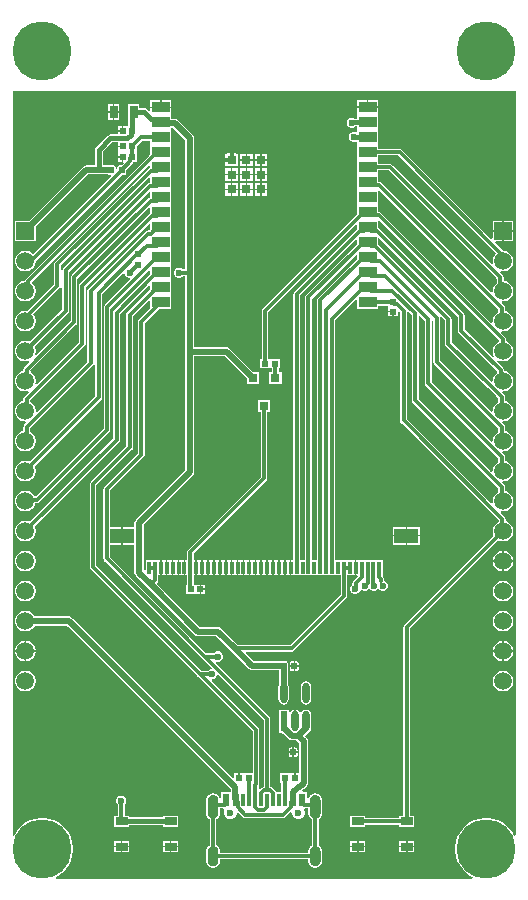
<source format=gtl>
G04*
G04 #@! TF.GenerationSoftware,Altium Limited,Altium Designer,23.1.1 (15)*
G04*
G04 Layer_Physical_Order=1*
G04 Layer_Color=255*
%FSLAX44Y44*%
%MOMM*%
G71*
G04*
G04 #@! TF.SameCoordinates,7295AF94-9057-4BB6-BE4D-2D92AE26B948*
G04*
G04*
G04 #@! TF.FilePolarity,Positive*
G04*
G01*
G75*
G04:AMPARAMS|DCode=15|XSize=0.55mm|YSize=0.5mm|CornerRadius=0.0625mm|HoleSize=0mm|Usage=FLASHONLY|Rotation=90.000|XOffset=0mm|YOffset=0mm|HoleType=Round|Shape=RoundedRectangle|*
%AMROUNDEDRECTD15*
21,1,0.5500,0.3750,0,0,90.0*
21,1,0.4250,0.5000,0,0,90.0*
1,1,0.1250,0.1875,0.2125*
1,1,0.1250,0.1875,-0.2125*
1,1,0.1250,-0.1875,-0.2125*
1,1,0.1250,-0.1875,0.2125*
%
%ADD15ROUNDEDRECTD15*%
%ADD16R,0.6000X0.5500*%
%ADD17R,0.8000X0.8000*%
%ADD18R,0.5600X0.5200*%
%ADD19R,0.6000X1.1400*%
%ADD20R,0.3000X1.1400*%
G04:AMPARAMS|DCode=21|XSize=1.7071mm|YSize=0.6158mm|CornerRadius=0.3079mm|HoleSize=0mm|Usage=FLASHONLY|Rotation=90.000|XOffset=0mm|YOffset=0mm|HoleType=Round|Shape=RoundedRectangle|*
%AMROUNDEDRECTD21*
21,1,1.7071,0.0000,0,0,90.0*
21,1,1.0913,0.6158,0,0,90.0*
1,1,0.6158,0.0000,0.5457*
1,1,0.6158,0.0000,-0.5457*
1,1,0.6158,0.0000,-0.5457*
1,1,0.6158,0.0000,0.5457*
%
%ADD21ROUNDEDRECTD21*%
%ADD22R,0.6158X1.7071*%
%ADD23R,0.3000X1.0000*%
%ADD24R,2.0000X1.3000*%
%ADD25R,0.5800X0.5400*%
%ADD26R,1.0500X0.6500*%
%ADD27R,0.6500X1.0500*%
G04:AMPARAMS|DCode=28|XSize=0.55mm|YSize=0.5mm|CornerRadius=0.0625mm|HoleSize=0mm|Usage=FLASHONLY|Rotation=0.000|XOffset=0mm|YOffset=0mm|HoleType=Round|Shape=RoundedRectangle|*
%AMROUNDEDRECTD28*
21,1,0.5500,0.3750,0,0,0.0*
21,1,0.4250,0.5000,0,0,0.0*
1,1,0.1250,0.2125,-0.1875*
1,1,0.1250,-0.2125,-0.1875*
1,1,0.1250,-0.2125,0.1875*
1,1,0.1250,0.2125,0.1875*
%
%ADD28ROUNDEDRECTD28*%
%ADD29R,0.5400X0.5800*%
%ADD46R,1.5000X0.9000*%
%ADD47C,0.3000*%
%ADD48C,0.5000*%
%ADD49C,0.3810*%
%ADD50R,0.8000X0.8000*%
%ADD51C,0.9000*%
%ADD52C,0.6000*%
%ADD53C,5.0000*%
%ADD54C,1.5000*%
%ADD55R,1.5000X1.5000*%
%ADD56C,0.8000*%
G36*
X1237961Y433674D02*
X1236691Y433369D01*
X1235468Y435769D01*
X1233038Y439114D01*
X1230114Y442038D01*
X1226768Y444468D01*
X1223084Y446345D01*
X1219152Y447623D01*
X1215068Y448270D01*
X1210932D01*
X1206848Y447623D01*
X1202916Y446345D01*
X1199231Y444468D01*
X1195886Y442038D01*
X1192962Y439114D01*
X1190532Y435769D01*
X1188655Y432084D01*
X1187377Y428152D01*
X1186730Y424067D01*
Y419933D01*
X1187377Y415848D01*
X1188655Y411916D01*
X1190532Y408232D01*
X1192962Y404886D01*
X1195886Y401962D01*
X1199231Y399532D01*
X1201631Y398309D01*
X1201327Y397039D01*
X848673D01*
X848369Y398309D01*
X850769Y399532D01*
X854114Y401962D01*
X857038Y404886D01*
X859468Y408232D01*
X861345Y411916D01*
X862623Y415848D01*
X863270Y419933D01*
Y424067D01*
X862623Y428152D01*
X861345Y432084D01*
X859468Y435769D01*
X857038Y439114D01*
X854114Y442038D01*
X850769Y444468D01*
X847084Y446345D01*
X843152Y447623D01*
X839068Y448270D01*
X834932D01*
X830848Y447623D01*
X826916Y446345D01*
X823232Y444468D01*
X819886Y442038D01*
X816962Y439114D01*
X814532Y435769D01*
X813309Y433369D01*
X812039Y433674D01*
Y1063625D01*
X1237961D01*
Y433674D01*
D02*
G37*
%LPC*%
G36*
X1121270Y1056020D02*
X1113135D01*
Y1050885D01*
X1121270D01*
Y1056020D01*
D02*
G37*
G36*
X1111865D02*
X1103730D01*
Y1050885D01*
X1111865D01*
Y1056020D01*
D02*
G37*
G36*
X946270Y1055770D02*
X938135D01*
Y1050635D01*
X946270D01*
Y1055770D01*
D02*
G37*
G36*
X936865D02*
X928730D01*
Y1050635D01*
X936865D01*
Y1055770D01*
D02*
G37*
G36*
X902020Y1052520D02*
X898135D01*
Y1046635D01*
X902020D01*
Y1052520D01*
D02*
G37*
G36*
X896865D02*
X892980D01*
Y1046635D01*
X896865D01*
Y1052520D01*
D02*
G37*
G36*
X902020Y1045365D02*
X898135D01*
Y1039480D01*
X902020D01*
Y1045365D01*
D02*
G37*
G36*
X896865D02*
X892980D01*
Y1039480D01*
X896865D01*
Y1045365D01*
D02*
G37*
G36*
X904465Y1033970D02*
X900930D01*
Y1030635D01*
X904465D01*
Y1033970D01*
D02*
G37*
G36*
X1027720Y1010820D02*
X1023085D01*
Y1006185D01*
X1027720D01*
Y1010820D01*
D02*
G37*
G36*
X1021815D02*
X1017180D01*
Y1006185D01*
X1021815D01*
Y1010820D01*
D02*
G37*
G36*
X1015220D02*
X1010585D01*
Y1006185D01*
X1015220D01*
Y1010820D01*
D02*
G37*
G36*
X1009315D02*
X1004680D01*
Y1006185D01*
X1009315D01*
Y1010820D01*
D02*
G37*
G36*
X1027720Y1004915D02*
X1023085D01*
Y1000280D01*
X1027720D01*
Y1004915D01*
D02*
G37*
G36*
X1021815D02*
X1017180D01*
Y1000280D01*
X1021815D01*
Y1004915D01*
D02*
G37*
G36*
X1015220D02*
X1010585D01*
Y1000280D01*
X1015220D01*
Y1004915D01*
D02*
G37*
G36*
X1009315D02*
X1004680D01*
Y1000280D01*
X1009315D01*
Y1004915D01*
D02*
G37*
G36*
X1001450Y1010925D02*
X993450D01*
X993197Y1010820D01*
X992180D01*
Y1009803D01*
X992075Y1009550D01*
Y1001550D01*
X992180Y1001297D01*
Y1000280D01*
X993197D01*
X993450Y1000175D01*
X1001450D01*
X1001703Y1000280D01*
X1002720D01*
Y1001298D01*
X1002825Y1001550D01*
Y1009550D01*
X1002720Y1009802D01*
Y1010820D01*
X1001703D01*
X1001450Y1010925D01*
D02*
G37*
G36*
X1027720Y998320D02*
X1023085D01*
Y993685D01*
X1027720D01*
Y998320D01*
D02*
G37*
G36*
X1021815D02*
X1017180D01*
Y993685D01*
X1021815D01*
Y998320D01*
D02*
G37*
G36*
X1015220D02*
X1010585D01*
Y993685D01*
X1015220D01*
Y998320D01*
D02*
G37*
G36*
X1009315D02*
X1004680D01*
Y993685D01*
X1009315D01*
Y998320D01*
D02*
G37*
G36*
X1002720D02*
X998085D01*
Y993685D01*
X1002720D01*
Y998320D01*
D02*
G37*
G36*
X996815D02*
X992180D01*
Y993685D01*
X996815D01*
Y998320D01*
D02*
G37*
G36*
X1027720Y992415D02*
X1023085D01*
Y987780D01*
X1027720D01*
Y992415D01*
D02*
G37*
G36*
X1021815D02*
X1017180D01*
Y987780D01*
X1021815D01*
Y992415D01*
D02*
G37*
G36*
X1015220D02*
X1010585D01*
Y987780D01*
X1015220D01*
Y992415D01*
D02*
G37*
G36*
X1009315D02*
X1004680D01*
Y987780D01*
X1009315D01*
Y992415D01*
D02*
G37*
G36*
X1002720D02*
X998085D01*
Y987780D01*
X1002720D01*
Y992415D01*
D02*
G37*
G36*
X996815D02*
X992180D01*
Y987780D01*
X996815D01*
Y992415D01*
D02*
G37*
G36*
X1027720Y985820D02*
X1023085D01*
Y981185D01*
X1027720D01*
Y985820D01*
D02*
G37*
G36*
X1021815D02*
X1017180D01*
Y981185D01*
X1021815D01*
Y985820D01*
D02*
G37*
G36*
X1015220D02*
X1010585D01*
Y981185D01*
X1015220D01*
Y985820D01*
D02*
G37*
G36*
X1009315D02*
X1004680D01*
Y981185D01*
X1009315D01*
Y985820D01*
D02*
G37*
G36*
X1002720D02*
X998085D01*
Y981185D01*
X1002720D01*
Y985820D01*
D02*
G37*
G36*
X996815D02*
X992180D01*
Y981185D01*
X996815D01*
Y985820D01*
D02*
G37*
G36*
X1027720Y979915D02*
X1023085D01*
Y975280D01*
X1027720D01*
Y979915D01*
D02*
G37*
G36*
X1021815D02*
X1017180D01*
Y975280D01*
X1021815D01*
Y979915D01*
D02*
G37*
G36*
X1015220D02*
X1010585D01*
Y975280D01*
X1015220D01*
Y979915D01*
D02*
G37*
G36*
X1009315D02*
X1004680D01*
Y975280D01*
X1009315D01*
Y979915D01*
D02*
G37*
G36*
X1002720D02*
X998085D01*
Y975280D01*
X1002720D01*
Y979915D01*
D02*
G37*
G36*
X996815D02*
X992180D01*
Y975280D01*
X996815D01*
Y979915D01*
D02*
G37*
G36*
X1236020Y954020D02*
X1227885D01*
Y945885D01*
X1236020D01*
Y954020D01*
D02*
G37*
G36*
X1226615D02*
X1218480D01*
Y945885D01*
X1226615D01*
Y954020D01*
D02*
G37*
G36*
X1236020Y944615D02*
X1227885D01*
Y936480D01*
X1236020D01*
Y944615D01*
D02*
G37*
G36*
X919020Y1052520D02*
X909980D01*
Y1043745D01*
X909909Y1043639D01*
X909663Y1042400D01*
Y1033970D01*
X905735D01*
Y1030000D01*
X905100D01*
Y1029365D01*
X900930D01*
Y1027052D01*
X894815D01*
X893576Y1026806D01*
X892526Y1026104D01*
X882711Y1016289D01*
X882009Y1015239D01*
X881763Y1014000D01*
Y1000844D01*
X874500D01*
X874500Y1000844D01*
X873029Y1000551D01*
X871782Y999718D01*
X871782Y999718D01*
X826084Y954020D01*
X813980D01*
Y936480D01*
X831520D01*
Y948584D01*
X876092Y993156D01*
X892787D01*
X892886Y993090D01*
X893625Y992943D01*
X895039D01*
X895525Y991770D01*
X829379Y925623D01*
X828135Y926868D01*
X826135Y928022D01*
X823905Y928620D01*
X821595D01*
X819365Y928022D01*
X817365Y926868D01*
X815732Y925235D01*
X814578Y923235D01*
X813980Y921005D01*
Y918695D01*
X814578Y916465D01*
X815732Y914465D01*
X817365Y912832D01*
X819365Y911678D01*
X821595Y911080D01*
X823905D01*
X826135Y911678D01*
X828135Y912832D01*
X829768Y914465D01*
X830922Y916465D01*
X831520Y918695D01*
Y919900D01*
X831893Y920149D01*
X904687Y992943D01*
X906375D01*
X907114Y993090D01*
X907741Y993509D01*
X908160Y994136D01*
X908307Y994875D01*
Y997063D01*
X913497Y1002253D01*
X914109Y1003169D01*
X914280Y1004030D01*
X917070D01*
Y1011901D01*
X917070Y1011970D01*
X917070D01*
X916970Y1013130D01*
X916970D01*
Y1016876D01*
X921870Y1021776D01*
X928730D01*
Y1018940D01*
X928730Y1018830D01*
Y1017670D01*
X928730Y1017560D01*
Y1010124D01*
X927819Y1009213D01*
X927164Y1008776D01*
X823049Y904660D01*
X822437Y903744D01*
X822333Y903220D01*
X821595D01*
X819365Y902622D01*
X817365Y901468D01*
X815732Y899835D01*
X814578Y897835D01*
X813980Y895605D01*
Y893295D01*
X814578Y891065D01*
X815732Y889065D01*
X817365Y887432D01*
X819365Y886278D01*
X821595Y885680D01*
X823905D01*
X826135Y886278D01*
X828135Y887432D01*
X829768Y889065D01*
X830922Y891065D01*
X831520Y893295D01*
Y895605D01*
X830922Y897835D01*
X829768Y899835D01*
X828135Y901468D01*
X828101Y901724D01*
X927557Y1001180D01*
X928730Y1000694D01*
Y998931D01*
X928119Y998809D01*
X927203Y998197D01*
X927203Y998197D01*
X848003Y918997D01*
X847391Y918081D01*
X847176Y917000D01*
X847176Y917000D01*
Y900170D01*
X824631Y877625D01*
X823905Y877820D01*
X821595D01*
X819365Y877222D01*
X817365Y876068D01*
X815732Y874435D01*
X814578Y872435D01*
X813980Y870205D01*
Y867895D01*
X814578Y865665D01*
X815732Y863665D01*
X817365Y862032D01*
X819365Y860878D01*
X821595Y860280D01*
X823905D01*
X826135Y860878D01*
X828135Y862032D01*
X829768Y863665D01*
X830922Y865665D01*
X831520Y867895D01*
Y870205D01*
X830922Y872435D01*
X829768Y874435D01*
X829598Y874604D01*
X851997Y897003D01*
X851997Y897003D01*
X852609Y897919D01*
X852824Y899000D01*
X852824Y899000D01*
Y915830D01*
X927557Y990563D01*
X928730Y990077D01*
Y987566D01*
X928500Y986324D01*
X927419Y986109D01*
X926503Y985497D01*
X926503Y985497D01*
X855003Y913997D01*
X854391Y913081D01*
X854176Y912000D01*
X854176Y912000D01*
Y879070D01*
X826638Y851532D01*
X826135Y851822D01*
X823905Y852420D01*
X821595D01*
X819365Y851822D01*
X817365Y850668D01*
X815732Y849035D01*
X814578Y847035D01*
X813980Y844805D01*
Y842495D01*
X814578Y840265D01*
X815732Y838265D01*
X817365Y836632D01*
X819365Y835478D01*
X821595Y834880D01*
X823905D01*
X825524Y835314D01*
X826181Y834175D01*
X821988Y829982D01*
X821376Y829066D01*
X821161Y827985D01*
X821161Y827985D01*
Y826904D01*
X819365Y826422D01*
X817365Y825268D01*
X815732Y823635D01*
X814578Y821635D01*
X813980Y819405D01*
Y817095D01*
X814578Y814865D01*
X815732Y812865D01*
X817365Y811232D01*
X819365Y810078D01*
X821595Y809480D01*
X823905D01*
X824977Y809767D01*
X825635Y808629D01*
X821788Y804782D01*
X821176Y803866D01*
X820961Y802785D01*
X820961Y802785D01*
Y801450D01*
X819365Y801022D01*
X817365Y799868D01*
X815732Y798235D01*
X814578Y796235D01*
X813980Y794005D01*
Y791695D01*
X814578Y789465D01*
X815732Y787465D01*
X817365Y785832D01*
X819365Y784678D01*
X821595Y784080D01*
X822714D01*
X823240Y782810D01*
X821877Y781447D01*
X821265Y780531D01*
X821050Y779450D01*
X821050Y779450D01*
Y776074D01*
X819365Y775622D01*
X817365Y774468D01*
X815732Y772835D01*
X814578Y770835D01*
X813980Y768605D01*
Y766295D01*
X814578Y764065D01*
X815732Y762065D01*
X817365Y760432D01*
X819365Y759278D01*
X821595Y758680D01*
X823905D01*
X826135Y759278D01*
X828135Y760432D01*
X829768Y762065D01*
X830922Y764065D01*
X831520Y766295D01*
Y768605D01*
X830922Y770835D01*
X829768Y772835D01*
X828135Y774468D01*
X826698Y775297D01*
Y778280D01*
X879997Y831579D01*
X879997Y831579D01*
X880609Y832495D01*
X880824Y833576D01*
X880824Y833576D01*
Y891974D01*
X880906Y892031D01*
X882176Y891367D01*
Y805470D01*
X826638Y749932D01*
X826135Y750222D01*
X823905Y750820D01*
X821595D01*
X819365Y750222D01*
X817365Y749068D01*
X815732Y747435D01*
X814578Y745435D01*
X813980Y743205D01*
Y740895D01*
X814578Y738665D01*
X815732Y736665D01*
X817365Y735032D01*
X819365Y733878D01*
X821595Y733280D01*
X823905D01*
X826135Y733878D01*
X828135Y735032D01*
X829768Y736665D01*
X830922Y738665D01*
X831520Y740895D01*
Y743205D01*
X830922Y745435D01*
X830632Y745938D01*
X886997Y802303D01*
X886997Y802303D01*
X887609Y803219D01*
X887824Y804300D01*
X887824Y804300D01*
Y891580D01*
X905557Y909313D01*
X906865Y908825D01*
X907380Y907581D01*
X908581Y906380D01*
X910151Y905730D01*
X911222D01*
X911749Y904460D01*
X890003Y882714D01*
X889391Y881798D01*
X889176Y880717D01*
X889176Y880717D01*
Y778170D01*
X831795Y720789D01*
X830414Y720916D01*
X829768Y722035D01*
X828135Y723668D01*
X826135Y724822D01*
X823905Y725420D01*
X821595D01*
X819365Y724822D01*
X817365Y723668D01*
X815732Y722035D01*
X814578Y720035D01*
X813980Y717805D01*
Y715495D01*
X814578Y713265D01*
X815732Y711265D01*
X817365Y709632D01*
X819365Y708478D01*
X821595Y707880D01*
X823905D01*
X826135Y708478D01*
X828135Y709632D01*
X829768Y711265D01*
X830922Y713265D01*
X831350Y714861D01*
X832685D01*
X832685Y714861D01*
X833766Y715076D01*
X834682Y715688D01*
X893997Y775003D01*
X894609Y775919D01*
X894824Y777000D01*
X894824Y777000D01*
Y879548D01*
X927557Y912280D01*
X928730Y911794D01*
Y908524D01*
X927819Y907613D01*
X927164Y907176D01*
X927164Y907176D01*
X898003Y878014D01*
X897391Y877098D01*
X897176Y876017D01*
X897176Y876017D01*
Y769670D01*
X826638Y699132D01*
X826135Y699422D01*
X823905Y700020D01*
X821595D01*
X819365Y699422D01*
X817365Y698268D01*
X815732Y696635D01*
X814578Y694635D01*
X813980Y692405D01*
Y690095D01*
X814578Y687865D01*
X815732Y685865D01*
X817365Y684232D01*
X819365Y683078D01*
X821595Y682480D01*
X823905D01*
X826135Y683078D01*
X828135Y684232D01*
X829768Y685865D01*
X830922Y687865D01*
X831520Y690095D01*
Y692405D01*
X830922Y694635D01*
X830632Y695138D01*
X901997Y766503D01*
X902609Y767419D01*
X902824Y768500D01*
X902824Y768500D01*
Y874847D01*
X927557Y899580D01*
X928730Y899094D01*
Y895824D01*
X927511Y894605D01*
X926856Y894167D01*
X926855Y894167D01*
X909003Y876314D01*
X908391Y875398D01*
X908176Y874317D01*
X908176Y874317D01*
Y763170D01*
X878003Y732997D01*
X877391Y732081D01*
X877176Y731000D01*
X877176Y731000D01*
Y661000D01*
X877176Y661000D01*
X877391Y659919D01*
X878003Y659003D01*
X969003Y568003D01*
X969003Y568003D01*
X1015196Y521810D01*
Y486020D01*
X1004385D01*
Y482000D01*
X1003115D01*
Y486020D01*
X999480D01*
Y482284D01*
X998307Y481798D01*
X862337Y617768D01*
X861089Y618601D01*
X859618Y618894D01*
X859618Y618894D01*
X830657D01*
X829768Y620435D01*
X828135Y622068D01*
X826135Y623222D01*
X823905Y623820D01*
X821595D01*
X819365Y623222D01*
X817365Y622068D01*
X815732Y620435D01*
X814578Y618435D01*
X813980Y616205D01*
Y613895D01*
X814578Y611665D01*
X815732Y609665D01*
X817365Y608032D01*
X819365Y606878D01*
X821595Y606280D01*
X823905D01*
X826135Y606878D01*
X828135Y608032D01*
X829768Y609665D01*
X830657Y611206D01*
X858026D01*
X996656Y472576D01*
Y470470D01*
X993635D01*
Y463500D01*
X992365D01*
Y470470D01*
X988730D01*
Y465684D01*
X988451Y465443D01*
X987866Y465216D01*
X987137Y465540D01*
X987132Y465550D01*
X987103Y465580D01*
X987101Y465621D01*
X987001Y465831D01*
X986980Y465850D01*
X986978Y465878D01*
X986868Y466088D01*
X986815Y466132D01*
X986803Y466199D01*
X986543Y466599D01*
X986491Y466634D01*
X986475Y466694D01*
X986335Y466874D01*
X986293Y466898D01*
X986277Y466943D01*
X986117Y467123D01*
X986098Y467132D01*
X986091Y467152D01*
X985931Y467322D01*
X985890Y467340D01*
X985872Y467381D01*
X985702Y467541D01*
X985682Y467548D01*
X985673Y467567D01*
X985493Y467728D01*
X985448Y467743D01*
X985424Y467785D01*
X985244Y467925D01*
X985184Y467942D01*
X985149Y467993D01*
X984749Y468253D01*
X984682Y468265D01*
X984638Y468318D01*
X984428Y468428D01*
X984400Y468430D01*
X984381Y468451D01*
X984171Y468551D01*
X984130Y468553D01*
X984100Y468582D01*
X983880Y468672D01*
X983851Y468672D01*
X983830Y468692D01*
X983610Y468772D01*
X983571Y468770D01*
X983540Y468795D01*
X983310Y468865D01*
X983258Y468860D01*
X983215Y468890D01*
X982995Y468941D01*
X982952Y468933D01*
X982916Y468956D01*
X982681Y468995D01*
X982456Y469034D01*
X982364Y469014D01*
X982280Y469053D01*
X982050Y469063D01*
X982048Y469063D01*
X982047Y469063D01*
X981807Y469073D01*
X981750Y469053D01*
X981693Y469073D01*
X981453Y469063D01*
X981452Y469063D01*
X981450Y469063D01*
X981220Y469053D01*
X981136Y469014D01*
X981044Y469034D01*
X980820Y468995D01*
X980584Y468956D01*
X980548Y468933D01*
X980505Y468941D01*
X980285Y468890D01*
X980242Y468860D01*
X980190Y468865D01*
X979960Y468795D01*
X979929Y468770D01*
X979890Y468772D01*
X979670Y468692D01*
X979649Y468672D01*
X979620Y468672D01*
X979399Y468582D01*
X979370Y468553D01*
X979329Y468551D01*
X979119Y468451D01*
X979100Y468430D01*
X979072Y468428D01*
X978862Y468318D01*
X978818Y468265D01*
X978751Y468253D01*
X978351Y467993D01*
X978316Y467942D01*
X978256Y467925D01*
X978076Y467785D01*
X978052Y467743D01*
X978007Y467728D01*
X977827Y467567D01*
X977818Y467548D01*
X977798Y467541D01*
X977628Y467381D01*
X977610Y467340D01*
X977569Y467322D01*
X977409Y467152D01*
X977402Y467132D01*
X977383Y467123D01*
X977223Y466943D01*
X977207Y466898D01*
X977165Y466874D01*
X977025Y466694D01*
X977009Y466634D01*
X976957Y466599D01*
X976697Y466199D01*
X976685Y466132D01*
X976632Y466088D01*
X976522Y465878D01*
X976520Y465850D01*
X976499Y465831D01*
X976399Y465621D01*
X976397Y465580D01*
X976368Y465550D01*
X976278Y465331D01*
X976278Y465301D01*
X976258Y465280D01*
X976178Y465060D01*
X976180Y465021D01*
X976155Y464990D01*
X976085Y464760D01*
X976090Y464708D01*
X976059Y464665D01*
X976010Y464445D01*
X976017Y464402D01*
X975994Y464366D01*
X975955Y464131D01*
X975916Y463906D01*
X975936Y463815D01*
X975897Y463730D01*
X975887Y463500D01*
X975887Y463498D01*
X975887Y463497D01*
X975877Y463257D01*
X975887Y463228D01*
X975875Y463200D01*
Y452200D01*
X975887Y452172D01*
X975877Y452143D01*
X975887Y451903D01*
X975887Y451902D01*
X975887Y451900D01*
X975897Y451670D01*
X975936Y451586D01*
X975916Y451494D01*
X975955Y451270D01*
X975994Y451034D01*
X976017Y450998D01*
X976010Y450955D01*
X976059Y450735D01*
X976090Y450692D01*
X976085Y450640D01*
X976155Y450410D01*
X976180Y450379D01*
X976178Y450340D01*
X976258Y450120D01*
X976278Y450099D01*
X976278Y450070D01*
X976368Y449850D01*
X976397Y449820D01*
X976399Y449779D01*
X976499Y449569D01*
X976520Y449550D01*
X976522Y449522D01*
X976632Y449312D01*
X976685Y449268D01*
X976697Y449201D01*
X976957Y448801D01*
X977009Y448766D01*
X977025Y448706D01*
X977165Y448526D01*
X977207Y448502D01*
X977223Y448457D01*
X977383Y448277D01*
X977402Y448268D01*
X977409Y448248D01*
X977569Y448078D01*
X977610Y448060D01*
X977628Y448019D01*
X977798Y447859D01*
X977818Y447851D01*
X977827Y447833D01*
X978007Y447673D01*
X978052Y447657D01*
X978076Y447615D01*
X978256Y447475D01*
X978316Y447458D01*
X978351Y447407D01*
X978751Y447147D01*
X978818Y447135D01*
X978862Y447082D01*
X978926Y447049D01*
Y425151D01*
X978862Y425118D01*
X978818Y425065D01*
X978751Y425053D01*
X978551Y424923D01*
X978551Y424922D01*
X978551D01*
X978351Y424793D01*
X978316Y424742D01*
X978256Y424725D01*
X978076Y424585D01*
X978052Y424543D01*
X978007Y424527D01*
X977827Y424367D01*
X977818Y424348D01*
X977798Y424341D01*
X977628Y424181D01*
X977610Y424140D01*
X977569Y424122D01*
X977409Y423952D01*
X977402Y423932D01*
X977383Y423923D01*
X977223Y423743D01*
X977207Y423698D01*
X977165Y423674D01*
X977025Y423494D01*
X977009Y423434D01*
X976957Y423399D01*
X976697Y422999D01*
X976685Y422932D01*
X976632Y422888D01*
X976522Y422678D01*
X976520Y422650D01*
X976499Y422631D01*
X976399Y422421D01*
X976397Y422380D01*
X976368Y422350D01*
X976278Y422130D01*
X976278Y422101D01*
X976258Y422080D01*
X976178Y421860D01*
X976180Y421821D01*
X976155Y421790D01*
X976085Y421560D01*
X976090Y421508D01*
X976059Y421465D01*
X976010Y421245D01*
X976017Y421202D01*
X975994Y421166D01*
X975955Y420931D01*
X975916Y420706D01*
X975936Y420614D01*
X975897Y420530D01*
X975887Y420300D01*
X975887Y420298D01*
X975887Y420297D01*
X975877Y420057D01*
X975887Y420028D01*
X975875Y420000D01*
Y412000D01*
X975887Y411972D01*
X975877Y411943D01*
X975887Y411703D01*
X975887Y411702D01*
X975887Y411700D01*
X975897Y411470D01*
X975936Y411386D01*
X975916Y411295D01*
X975955Y411070D01*
X975994Y410834D01*
X976017Y410798D01*
X976010Y410756D01*
X976059Y410536D01*
X976090Y410492D01*
X976085Y410440D01*
X976155Y410210D01*
X976180Y410179D01*
X976178Y410140D01*
X976258Y409920D01*
X976278Y409899D01*
X976278Y409870D01*
X976368Y409650D01*
X976397Y409620D01*
X976399Y409579D01*
X976499Y409369D01*
X976520Y409350D01*
X976522Y409322D01*
X976632Y409112D01*
X976685Y409068D01*
X976697Y409001D01*
X976957Y408601D01*
X977009Y408566D01*
X977025Y408506D01*
X977165Y408326D01*
X977207Y408302D01*
X977223Y408257D01*
X977383Y408077D01*
X977402Y408068D01*
X977409Y408048D01*
X977569Y407878D01*
X977610Y407860D01*
X977628Y407819D01*
X977798Y407659D01*
X977818Y407651D01*
X977827Y407633D01*
X978007Y407473D01*
X978052Y407457D01*
X978076Y407415D01*
X978256Y407275D01*
X978316Y407258D01*
X978351Y407207D01*
X978551Y407077D01*
X978551D01*
X978551Y407077D01*
X978751Y406947D01*
X978818Y406935D01*
X978862Y406882D01*
X979072Y406772D01*
X979100Y406770D01*
X979119Y406749D01*
X979329Y406649D01*
X979370Y406647D01*
X979399Y406618D01*
X979619Y406528D01*
X979649Y406528D01*
X979670Y406508D01*
X979890Y406428D01*
X979930Y406430D01*
X979960Y406405D01*
X980190Y406335D01*
X980242Y406340D01*
X980285Y406310D01*
X980505Y406260D01*
X980548Y406267D01*
X980584Y406244D01*
X980820Y406205D01*
X981044Y406166D01*
X981136Y406186D01*
X981220Y406147D01*
X981450Y406137D01*
X981451Y406137D01*
X981453Y406137D01*
X981693Y406127D01*
X981750Y406147D01*
X981807Y406127D01*
X982047Y406137D01*
X982048Y406137D01*
X982050Y406137D01*
X982280Y406147D01*
X982365Y406186D01*
X982456Y406166D01*
X982680Y406205D01*
X982916Y406244D01*
X982952Y406267D01*
X982995Y406260D01*
X983215Y406310D01*
X983258Y406340D01*
X983310Y406335D01*
X983540Y406405D01*
X983570Y406430D01*
X983610Y406428D01*
X983830Y406508D01*
X983851Y406528D01*
X983881Y406528D01*
X984101Y406618D01*
X984130Y406647D01*
X984171Y406649D01*
X984381Y406749D01*
X984400Y406770D01*
X984428Y406772D01*
X984638Y406882D01*
X984682Y406935D01*
X984749Y406947D01*
X984949Y407077D01*
X984949Y407077D01*
X984949D01*
X985149Y407207D01*
X985184Y407258D01*
X985244Y407275D01*
X985424Y407415D01*
X985448Y407457D01*
X985493Y407473D01*
X985673Y407633D01*
X985683Y407651D01*
X985702Y407659D01*
X985872Y407819D01*
X985890Y407860D01*
X985931Y407878D01*
X986091Y408048D01*
X986098Y408068D01*
X986117Y408077D01*
X986277Y408257D01*
X986293Y408302D01*
X986335Y408326D01*
X986475Y408506D01*
X986491Y408566D01*
X986543Y408601D01*
X986803Y409001D01*
X986815Y409068D01*
X986868Y409112D01*
X986978Y409322D01*
X986980Y409350D01*
X987001Y409369D01*
X987101Y409579D01*
X987103Y409620D01*
X987132Y409650D01*
X987222Y409870D01*
X987222Y409899D01*
X987242Y409920D01*
X987322Y410140D01*
X987320Y410179D01*
X987345Y410210D01*
X987415Y410440D01*
X987410Y410492D01*
X987440Y410535D01*
X987490Y410756D01*
X987483Y410798D01*
X987506Y410834D01*
X987545Y411069D01*
X987584Y411295D01*
X987564Y411386D01*
X987603Y411470D01*
X987613Y411700D01*
X987613Y411702D01*
X987614Y411703D01*
X987624Y411943D01*
X987613Y411972D01*
X987625Y412000D01*
Y413176D01*
X1062375D01*
Y412000D01*
X1062387Y411972D01*
X1062377Y411943D01*
X1062386Y411703D01*
X1062387Y411702D01*
X1062387Y411700D01*
X1062397Y411470D01*
X1062436Y411386D01*
X1062416Y411295D01*
X1062455Y411070D01*
X1062494Y410834D01*
X1062517Y410798D01*
X1062510Y410756D01*
X1062560Y410536D01*
X1062590Y410492D01*
X1062585Y410440D01*
X1062655Y410210D01*
X1062680Y410179D01*
X1062678Y410140D01*
X1062758Y409920D01*
X1062778Y409899D01*
X1062778Y409870D01*
X1062868Y409650D01*
X1062897Y409620D01*
X1062899Y409579D01*
X1062999Y409369D01*
X1063020Y409350D01*
X1063022Y409322D01*
X1063132Y409112D01*
X1063185Y409068D01*
X1063197Y409001D01*
X1063457Y408601D01*
X1063509Y408566D01*
X1063525Y408506D01*
X1063665Y408326D01*
X1063707Y408302D01*
X1063723Y408257D01*
X1063883Y408077D01*
X1063902Y408068D01*
X1063909Y408048D01*
X1064069Y407878D01*
X1064110Y407860D01*
X1064128Y407819D01*
X1064298Y407659D01*
X1064317Y407651D01*
X1064327Y407633D01*
X1064507Y407473D01*
X1064552Y407457D01*
X1064576Y407415D01*
X1064756Y407275D01*
X1064816Y407258D01*
X1064851Y407207D01*
X1065051Y407077D01*
X1065051D01*
X1065051Y407077D01*
X1065251Y406947D01*
X1065318Y406935D01*
X1065362Y406882D01*
X1065572Y406772D01*
X1065600Y406770D01*
X1065619Y406749D01*
X1065829Y406649D01*
X1065870Y406647D01*
X1065899Y406618D01*
X1066119Y406528D01*
X1066149Y406528D01*
X1066170Y406508D01*
X1066390Y406428D01*
X1066430Y406430D01*
X1066460Y406405D01*
X1066690Y406335D01*
X1066742Y406340D01*
X1066785Y406310D01*
X1067005Y406260D01*
X1067048Y406267D01*
X1067084Y406244D01*
X1067320Y406205D01*
X1067544Y406166D01*
X1067636Y406186D01*
X1067720Y406147D01*
X1067950Y406137D01*
X1067952Y406137D01*
X1067953Y406137D01*
X1068193Y406127D01*
X1068250Y406147D01*
X1068307Y406127D01*
X1068547Y406137D01*
X1068549Y406137D01*
X1068550Y406137D01*
X1068780Y406147D01*
X1068865Y406186D01*
X1068956Y406166D01*
X1069180Y406205D01*
X1069416Y406244D01*
X1069452Y406267D01*
X1069495Y406260D01*
X1069715Y406310D01*
X1069758Y406340D01*
X1069810Y406335D01*
X1070040Y406405D01*
X1070070Y406430D01*
X1070110Y406428D01*
X1070330Y406508D01*
X1070351Y406528D01*
X1070381Y406528D01*
X1070601Y406618D01*
X1070630Y406647D01*
X1070671Y406649D01*
X1070881Y406749D01*
X1070900Y406770D01*
X1070928Y406772D01*
X1071138Y406882D01*
X1071182Y406935D01*
X1071249Y406947D01*
X1071449Y407077D01*
X1071449Y407077D01*
X1071449D01*
X1071649Y407207D01*
X1071684Y407258D01*
X1071744Y407275D01*
X1071924Y407415D01*
X1071948Y407457D01*
X1071993Y407473D01*
X1072173Y407633D01*
X1072182Y407651D01*
X1072202Y407659D01*
X1072372Y407819D01*
X1072390Y407860D01*
X1072431Y407878D01*
X1072591Y408048D01*
X1072598Y408068D01*
X1072617Y408077D01*
X1072777Y408257D01*
X1072793Y408302D01*
X1072835Y408326D01*
X1072975Y408506D01*
X1072991Y408566D01*
X1073043Y408601D01*
X1073303Y409001D01*
X1073315Y409068D01*
X1073368Y409112D01*
X1073478Y409322D01*
X1073480Y409350D01*
X1073501Y409369D01*
X1073601Y409579D01*
X1073603Y409620D01*
X1073632Y409650D01*
X1073722Y409870D01*
X1073722Y409899D01*
X1073742Y409920D01*
X1073822Y410140D01*
X1073820Y410179D01*
X1073845Y410210D01*
X1073915Y410440D01*
X1073910Y410492D01*
X1073941Y410535D01*
X1073990Y410756D01*
X1073983Y410798D01*
X1074006Y410834D01*
X1074045Y411069D01*
X1074084Y411295D01*
X1074064Y411386D01*
X1074103Y411470D01*
X1074113Y411700D01*
X1074113Y411702D01*
X1074113Y411703D01*
X1074124Y411943D01*
X1074113Y411972D01*
X1074125Y412000D01*
Y420000D01*
X1074113Y420028D01*
X1074124Y420057D01*
X1074113Y420297D01*
X1074113Y420298D01*
X1074113Y420300D01*
X1074103Y420530D01*
X1074064Y420614D01*
X1074084Y420706D01*
X1074045Y420930D01*
X1074006Y421166D01*
X1073983Y421202D01*
X1073990Y421245D01*
X1073941Y421465D01*
X1073910Y421508D01*
X1073915Y421560D01*
X1073845Y421790D01*
X1073820Y421821D01*
X1073822Y421860D01*
X1073742Y422080D01*
X1073722Y422101D01*
X1073722Y422130D01*
X1073632Y422350D01*
X1073603Y422380D01*
X1073601Y422421D01*
X1073501Y422631D01*
X1073480Y422650D01*
X1073478Y422678D01*
X1073368Y422888D01*
X1073315Y422932D01*
X1073303Y422999D01*
X1073043Y423399D01*
X1072991Y423434D01*
X1072975Y423494D01*
X1072835Y423674D01*
X1072793Y423698D01*
X1072777Y423743D01*
X1072617Y423923D01*
X1072598Y423932D01*
X1072591Y423952D01*
X1072431Y424122D01*
X1072390Y424140D01*
X1072372Y424181D01*
X1072202Y424341D01*
X1072182Y424348D01*
X1072173Y424367D01*
X1071993Y424527D01*
X1071948Y424543D01*
X1071924Y424585D01*
X1071744Y424725D01*
X1071684Y424742D01*
X1071649Y424793D01*
X1071449Y424922D01*
X1071449D01*
X1071449Y424923D01*
X1071249Y425053D01*
X1071182Y425065D01*
X1071138Y425118D01*
X1071074Y425151D01*
Y447049D01*
X1071138Y447082D01*
X1071182Y447135D01*
X1071249Y447147D01*
X1071649Y447407D01*
X1071684Y447458D01*
X1071744Y447475D01*
X1071924Y447615D01*
X1071948Y447657D01*
X1071993Y447673D01*
X1072173Y447833D01*
X1072182Y447851D01*
X1072202Y447859D01*
X1072372Y448019D01*
X1072390Y448060D01*
X1072431Y448078D01*
X1072591Y448248D01*
X1072598Y448268D01*
X1072617Y448277D01*
X1072777Y448457D01*
X1072793Y448502D01*
X1072835Y448526D01*
X1072975Y448706D01*
X1072991Y448766D01*
X1073043Y448801D01*
X1073303Y449201D01*
X1073315Y449268D01*
X1073368Y449312D01*
X1073478Y449522D01*
X1073480Y449550D01*
X1073501Y449569D01*
X1073601Y449779D01*
X1073603Y449820D01*
X1073632Y449850D01*
X1073722Y450070D01*
X1073722Y450099D01*
X1073742Y450120D01*
X1073822Y450340D01*
X1073820Y450379D01*
X1073845Y450410D01*
X1073915Y450640D01*
X1073910Y450692D01*
X1073941Y450735D01*
X1073990Y450955D01*
X1073983Y450998D01*
X1074006Y451034D01*
X1074045Y451269D01*
X1074084Y451494D01*
X1074064Y451586D01*
X1074103Y451670D01*
X1074113Y451900D01*
X1074113Y451902D01*
X1074113Y451903D01*
X1074124Y452143D01*
X1074113Y452172D01*
X1074125Y452200D01*
Y463200D01*
X1074113Y463228D01*
X1074124Y463257D01*
X1074113Y463497D01*
X1074113Y463498D01*
X1074113Y463500D01*
X1074103Y463730D01*
X1074064Y463815D01*
X1074084Y463906D01*
X1074045Y464130D01*
X1074006Y464366D01*
X1073983Y464402D01*
X1073990Y464445D01*
X1073941Y464665D01*
X1073910Y464708D01*
X1073915Y464760D01*
X1073845Y464990D01*
X1073820Y465021D01*
X1073822Y465060D01*
X1073742Y465280D01*
X1073722Y465301D01*
X1073722Y465331D01*
X1073632Y465550D01*
X1073603Y465580D01*
X1073601Y465621D01*
X1073501Y465831D01*
X1073480Y465850D01*
X1073478Y465878D01*
X1073368Y466088D01*
X1073315Y466132D01*
X1073303Y466199D01*
X1073043Y466599D01*
X1072991Y466634D01*
X1072975Y466694D01*
X1072835Y466874D01*
X1072793Y466898D01*
X1072777Y466943D01*
X1072617Y467123D01*
X1072598Y467132D01*
X1072591Y467152D01*
X1072431Y467322D01*
X1072390Y467340D01*
X1072372Y467381D01*
X1072202Y467541D01*
X1072182Y467548D01*
X1072173Y467567D01*
X1071993Y467728D01*
X1071948Y467743D01*
X1071924Y467785D01*
X1071744Y467925D01*
X1071684Y467942D01*
X1071649Y467993D01*
X1071249Y468253D01*
X1071182Y468265D01*
X1071138Y468318D01*
X1070928Y468428D01*
X1070900Y468430D01*
X1070881Y468451D01*
X1070671Y468551D01*
X1070630Y468553D01*
X1070601Y468582D01*
X1070380Y468672D01*
X1070351Y468672D01*
X1070330Y468692D01*
X1070110Y468772D01*
X1070071Y468770D01*
X1070040Y468795D01*
X1069810Y468865D01*
X1069758Y468860D01*
X1069715Y468890D01*
X1069495Y468941D01*
X1069452Y468933D01*
X1069416Y468956D01*
X1069181Y468995D01*
X1068956Y469034D01*
X1068864Y469014D01*
X1068780Y469053D01*
X1068550Y469063D01*
X1068548Y469063D01*
X1068547Y469063D01*
X1068307Y469073D01*
X1068250Y469053D01*
X1068193Y469073D01*
X1067953Y469063D01*
X1067952Y469063D01*
X1067950Y469063D01*
X1067720Y469053D01*
X1067636Y469014D01*
X1067544Y469034D01*
X1067320Y468995D01*
X1067084Y468956D01*
X1067048Y468933D01*
X1067005Y468941D01*
X1066785Y468890D01*
X1066742Y468860D01*
X1066690Y468865D01*
X1066460Y468795D01*
X1066429Y468770D01*
X1066390Y468772D01*
X1066170Y468692D01*
X1066149Y468672D01*
X1066120Y468672D01*
X1065900Y468582D01*
X1065870Y468553D01*
X1065829Y468551D01*
X1065619Y468451D01*
X1065600Y468430D01*
X1065572Y468428D01*
X1065362Y468318D01*
X1065318Y468265D01*
X1065251Y468253D01*
X1064851Y467993D01*
X1064816Y467942D01*
X1064756Y467925D01*
X1064576Y467785D01*
X1064552Y467743D01*
X1064507Y467728D01*
X1064327Y467567D01*
X1064318Y467548D01*
X1064298Y467541D01*
X1064128Y467381D01*
X1064110Y467340D01*
X1064069Y467322D01*
X1063909Y467152D01*
X1063902Y467132D01*
X1063883Y467123D01*
X1063723Y466943D01*
X1063707Y466898D01*
X1063665Y466874D01*
X1063525Y466694D01*
X1063509Y466634D01*
X1063457Y466599D01*
X1063197Y466199D01*
X1063185Y466132D01*
X1063132Y466088D01*
X1063022Y465878D01*
X1063020Y465850D01*
X1062999Y465831D01*
X1062899Y465621D01*
X1062897Y465580D01*
X1062868Y465550D01*
X1062863Y465540D01*
X1062134Y465216D01*
X1061549Y465443D01*
X1061270Y465684D01*
Y470470D01*
X1058267D01*
X1057242Y471740D01*
X1057283Y471929D01*
X1058530Y472762D01*
X1061218Y475450D01*
X1062051Y476697D01*
X1062344Y478168D01*
X1062344Y478169D01*
Y504000D01*
Y513089D01*
X1062344Y513090D01*
X1062051Y514561D01*
X1061218Y515808D01*
X1061218Y515808D01*
X1059273Y517752D01*
X1061983Y520462D01*
X1062197Y520505D01*
X1063636Y521466D01*
X1064597Y522905D01*
X1064934Y524602D01*
Y535515D01*
X1064597Y537211D01*
X1063636Y538650D01*
X1062197Y539611D01*
X1060500Y539949D01*
X1058803Y539611D01*
X1057365Y538650D01*
X1056403Y537211D01*
X1056397Y537183D01*
X1055103D01*
X1055097Y537211D01*
X1054136Y538650D01*
X1052697Y539611D01*
X1051635Y539823D01*
Y530058D01*
X1050365D01*
Y539823D01*
X1049303Y539611D01*
X1047865Y538650D01*
X1047119Y537535D01*
X1045849Y537920D01*
Y539864D01*
X1037151D01*
Y520252D01*
X1040413D01*
X1041058Y519608D01*
X1041433Y519047D01*
X1045445Y515035D01*
X1045445Y515034D01*
X1046692Y514201D01*
X1048163Y513909D01*
X1052245D01*
X1054656Y511497D01*
Y504000D01*
Y486020D01*
X1051885D01*
Y482000D01*
X1050615D01*
Y486020D01*
X1038480D01*
Y477980D01*
X1039676D01*
Y470470D01*
X1035155D01*
X1035109Y470698D01*
X1034497Y471614D01*
X1032144Y473967D01*
X1031228Y474579D01*
X1030324Y474759D01*
Y532500D01*
X1030324Y532500D01*
X1030109Y533581D01*
X1029497Y534497D01*
X984277Y579717D01*
X984996Y580794D01*
X985151Y580730D01*
X986849D01*
X988419Y581380D01*
X989620Y582581D01*
X990270Y584151D01*
Y585849D01*
X989620Y587419D01*
X988419Y588620D01*
X986849Y589270D01*
X985151D01*
X983581Y588620D01*
X982786Y587824D01*
X976170D01*
X894554Y669440D01*
Y679480D01*
X903865D01*
Y687250D01*
Y695020D01*
X894554D01*
Y725560D01*
X922997Y754003D01*
X923609Y754919D01*
X923824Y756000D01*
X923824Y756000D01*
Y867230D01*
X935724Y879130D01*
X946270D01*
Y890670D01*
X946270Y890670D01*
Y891830D01*
X946270D01*
X946270Y891940D01*
Y903370D01*
X946270Y903370D01*
Y904530D01*
X946270D01*
X946270Y904640D01*
Y916070D01*
X946270Y916070D01*
Y917230D01*
X946270D01*
X946270Y917340D01*
Y928770D01*
X946270Y928770D01*
Y929930D01*
X946270D01*
X946270Y930040D01*
Y941470D01*
X946270Y941470D01*
Y942630D01*
X946270D01*
X946270Y942740D01*
Y954170D01*
X946270Y954170D01*
Y955330D01*
X946270D01*
X946270Y955440D01*
Y966870D01*
X946270D01*
Y968030D01*
X946270D01*
Y979460D01*
X946270Y979570D01*
Y980730D01*
X946270Y980840D01*
Y992270D01*
X946270Y992270D01*
Y993430D01*
X946270D01*
X946270Y993540D01*
Y1004970D01*
X946270D01*
Y1006130D01*
X946270D01*
Y1017560D01*
X946270Y1017670D01*
Y1018830D01*
X946270Y1018940D01*
Y1030370D01*
X946270D01*
Y1031483D01*
X946384Y1032753D01*
X947811D01*
X958156Y1022408D01*
Y912824D01*
X956214D01*
X955419Y913620D01*
X953849Y914270D01*
X952151D01*
X950581Y913620D01*
X949380Y912419D01*
X948730Y910849D01*
Y909151D01*
X949380Y907581D01*
X950581Y906380D01*
X952151Y905730D01*
X953849D01*
X955419Y906380D01*
X956214Y907176D01*
X958156D01*
Y843000D01*
Y742592D01*
X916282Y700718D01*
X915449Y699471D01*
X915156Y698000D01*
X915156Y698000D01*
Y695020D01*
X905135D01*
Y687250D01*
Y679480D01*
X915156D01*
Y656000D01*
X915156Y656000D01*
X915449Y654529D01*
X916282Y653282D01*
X926282Y643282D01*
X926282Y643282D01*
X966282Y603282D01*
X966282Y603282D01*
X967529Y602449D01*
X969000Y602156D01*
X969000Y602156D01*
X984408D01*
X997296Y589268D01*
X1012282Y574282D01*
X1012282Y574282D01*
X1013529Y573449D01*
X1015000Y573156D01*
X1037656D01*
Y561601D01*
X1037403Y561222D01*
X1037066Y559526D01*
Y548613D01*
X1037403Y546916D01*
X1038364Y545477D01*
X1039803Y544516D01*
X1041500Y544178D01*
X1043197Y544516D01*
X1044636Y545477D01*
X1045597Y546916D01*
X1045934Y548613D01*
Y559526D01*
X1045597Y561222D01*
X1045344Y561601D01*
Y577000D01*
X1045307Y577185D01*
Y579125D01*
X1045160Y579864D01*
X1044741Y580491D01*
X1044114Y580910D01*
X1043375Y581057D01*
X1039625D01*
X1038886Y580910D01*
X1038786Y580844D01*
X1016592D01*
X1009447Y587989D01*
X1009933Y589162D01*
X1048229D01*
X1048229Y589162D01*
X1049310Y589377D01*
X1050226Y589989D01*
X1094497Y634260D01*
X1094497Y634260D01*
X1095109Y635177D01*
X1095324Y636257D01*
X1095324Y636258D01*
Y653980D01*
X1101865D01*
Y660250D01*
Y666520D01*
X1085324D01*
Y869898D01*
X1102557Y887130D01*
X1103730Y886644D01*
Y879380D01*
X1121270D01*
Y882076D01*
X1130030D01*
Y877735D01*
X1134000D01*
Y877100D01*
X1134635D01*
Y872930D01*
X1137970D01*
Y876994D01*
X1139143Y877480D01*
X1140176Y876448D01*
Y785000D01*
X1140176Y785000D01*
X1140391Y783919D01*
X1141003Y783003D01*
X1223523Y700483D01*
X1223412Y699161D01*
X1221865Y698268D01*
X1220232Y696635D01*
X1219078Y694635D01*
X1218480Y692405D01*
Y690095D01*
X1219078Y687865D01*
X1219368Y687362D01*
X1143753Y611747D01*
X1143141Y610831D01*
X1142926Y609750D01*
X1142926Y609750D01*
Y450020D01*
X1139230D01*
Y448324D01*
X1110770D01*
Y450020D01*
X1097730D01*
Y440980D01*
X1110770D01*
Y442676D01*
X1139230D01*
Y440980D01*
X1152270D01*
Y450020D01*
X1148574D01*
Y608580D01*
X1223362Y683368D01*
X1223865Y683078D01*
X1226095Y682480D01*
X1228405D01*
X1230635Y683078D01*
X1232635Y684232D01*
X1234268Y685865D01*
X1235422Y687865D01*
X1236020Y690095D01*
Y692405D01*
X1235422Y694635D01*
X1234268Y696635D01*
X1232635Y698268D01*
X1230635Y699422D01*
X1229339Y699770D01*
Y701485D01*
X1229124Y702566D01*
X1228512Y703482D01*
X1228512Y703482D01*
X1225185Y706809D01*
X1225842Y707948D01*
X1226095Y707880D01*
X1228405D01*
X1230635Y708478D01*
X1232635Y709632D01*
X1234268Y711265D01*
X1235422Y713265D01*
X1236020Y715495D01*
Y717805D01*
X1235422Y720035D01*
X1234268Y722035D01*
X1232635Y723668D01*
X1230635Y724822D01*
X1228950Y725274D01*
Y728650D01*
X1228735Y729731D01*
X1228123Y730647D01*
X1228123Y730647D01*
X1226760Y732010D01*
X1227286Y733280D01*
X1228405D01*
X1230635Y733878D01*
X1232635Y735032D01*
X1234268Y736665D01*
X1235422Y738665D01*
X1236020Y740895D01*
Y743205D01*
X1235422Y745435D01*
X1234268Y747435D01*
X1232635Y749068D01*
X1230635Y750222D01*
X1228950Y750674D01*
Y754050D01*
X1228735Y755131D01*
X1228123Y756047D01*
X1228123Y756047D01*
X1226760Y757410D01*
X1227286Y758680D01*
X1228405D01*
X1230635Y759278D01*
X1232635Y760432D01*
X1234268Y762065D01*
X1235422Y764065D01*
X1236020Y766295D01*
Y768605D01*
X1235422Y770835D01*
X1234268Y772835D01*
X1232635Y774468D01*
X1230635Y775622D01*
X1228950Y776074D01*
Y779450D01*
X1228735Y780531D01*
X1228123Y781447D01*
X1228123Y781447D01*
X1226760Y782810D01*
X1227286Y784080D01*
X1228405D01*
X1230635Y784678D01*
X1232635Y785832D01*
X1234268Y787465D01*
X1235422Y789465D01*
X1236020Y791695D01*
Y794005D01*
X1235422Y796235D01*
X1234268Y798235D01*
X1232635Y799868D01*
X1230635Y801022D01*
X1228950Y801474D01*
Y804874D01*
X1228950Y804874D01*
X1228735Y805955D01*
X1228123Y806871D01*
X1228123Y806871D01*
X1226784Y808210D01*
X1227310Y809480D01*
X1228405D01*
X1230635Y810078D01*
X1232635Y811232D01*
X1234268Y812865D01*
X1235422Y814865D01*
X1236020Y817095D01*
Y819405D01*
X1235422Y821635D01*
X1234268Y823635D01*
X1232635Y825268D01*
X1230635Y826422D01*
X1228405Y827020D01*
X1228339D01*
Y827485D01*
X1228124Y828566D01*
X1227512Y829482D01*
X1227512Y829482D01*
X1221778Y835216D01*
X1222558Y836232D01*
X1223865Y835478D01*
X1226095Y834880D01*
X1228405D01*
X1230635Y835478D01*
X1232635Y836632D01*
X1234268Y838265D01*
X1235422Y840265D01*
X1236020Y842495D01*
Y844805D01*
X1235422Y847035D01*
X1234268Y849035D01*
X1232635Y850668D01*
X1230635Y851822D01*
X1229932Y852011D01*
Y853893D01*
X1229717Y854973D01*
X1229105Y855890D01*
X1229104Y855890D01*
X1225905Y859089D01*
X1226510Y860280D01*
X1228405D01*
X1230635Y860878D01*
X1232635Y862032D01*
X1234268Y863665D01*
X1235422Y865665D01*
X1236020Y867895D01*
Y870205D01*
X1235422Y872435D01*
X1234268Y874435D01*
X1232635Y876068D01*
X1230635Y877222D01*
X1228939Y877677D01*
Y880415D01*
X1228724Y881496D01*
X1228112Y882412D01*
X1228112Y882412D01*
X1226114Y884410D01*
X1226640Y885680D01*
X1228405D01*
X1230635Y886278D01*
X1232635Y887432D01*
X1234268Y889065D01*
X1235422Y891065D01*
X1236020Y893295D01*
Y895605D01*
X1235422Y897835D01*
X1234268Y899835D01*
X1232635Y901468D01*
X1230635Y902622D01*
X1228405Y903220D01*
X1227778D01*
Y906046D01*
X1227563Y907127D01*
X1226951Y908043D01*
X1226951Y908043D01*
X1224912Y910082D01*
X1225569Y911221D01*
X1226095Y911080D01*
X1228405D01*
X1230635Y911678D01*
X1232635Y912832D01*
X1234268Y914465D01*
X1235422Y916465D01*
X1236020Y918695D01*
Y921005D01*
X1235422Y923235D01*
X1234268Y925235D01*
X1232635Y926868D01*
X1230635Y928022D01*
X1228405Y928620D01*
X1227234D01*
X1226951Y929043D01*
X1220687Y935307D01*
X1221173Y936480D01*
X1226615D01*
Y944615D01*
X1218480D01*
Y939174D01*
X1217307Y938688D01*
X1141847Y1014147D01*
X1140931Y1014759D01*
X1139850Y1014974D01*
X1139850Y1014974D01*
X1121270D01*
Y1017810D01*
X1121270Y1017920D01*
Y1019080D01*
X1121270Y1019190D01*
Y1030510D01*
X1121270Y1030620D01*
Y1031780D01*
X1121270Y1031890D01*
Y1043210D01*
X1121270Y1043320D01*
X1121270Y1044480D01*
X1121270Y1044590D01*
Y1049615D01*
X1103730D01*
Y1044590D01*
X1103730Y1044480D01*
X1103730Y1043320D01*
X1103730Y1043210D01*
Y1040369D01*
X1101669D01*
X1101419Y1040620D01*
X1099849Y1041270D01*
X1098151D01*
X1096581Y1040620D01*
X1095380Y1039419D01*
X1094730Y1037849D01*
Y1036151D01*
X1095380Y1034581D01*
X1096581Y1033380D01*
X1098151Y1032730D01*
X1099849D01*
X1101419Y1033380D01*
X1101934Y1033895D01*
X1103730D01*
Y1031890D01*
X1103730Y1031780D01*
Y1030620D01*
X1103730Y1030510D01*
Y1029623D01*
X1102460Y1028830D01*
X1101579Y1029195D01*
X1099881D01*
X1098311Y1028545D01*
X1097110Y1027344D01*
X1096460Y1025774D01*
Y1024076D01*
X1097110Y1022506D01*
X1098311Y1021305D01*
X1099881Y1020655D01*
X1101579D01*
X1102460Y1021020D01*
X1103730Y1020227D01*
Y1019190D01*
X1103730Y1019080D01*
Y1017920D01*
X1103730Y1017810D01*
Y1006380D01*
X1103730D01*
Y1005220D01*
X1103730D01*
Y993680D01*
X1103730D01*
Y992520D01*
X1103730D01*
Y981090D01*
X1103730Y980980D01*
Y979820D01*
X1103730Y979710D01*
Y968390D01*
X1103730Y968280D01*
Y967120D01*
X1103730Y967010D01*
Y959574D01*
X1102819Y958663D01*
X1102164Y958226D01*
X1023753Y879815D01*
X1023141Y878898D01*
X1022926Y877817D01*
X1022926Y877817D01*
Y837020D01*
X1021480D01*
Y828980D01*
X1031551D01*
Y826270D01*
X1029230D01*
Y815730D01*
X1039770D01*
Y826270D01*
X1037199D01*
Y828980D01*
X1038520D01*
Y837020D01*
X1028574D01*
Y876647D01*
X1102557Y950630D01*
X1103730Y950144D01*
Y947092D01*
X1050503Y893865D01*
X1049891Y892948D01*
X1049676Y891867D01*
X1049676Y891867D01*
Y666520D01*
X1048135D01*
Y660250D01*
Y653980D01*
X1089676D01*
Y637427D01*
X1047059Y594811D01*
X1002625D01*
X988718Y608718D01*
X987471Y609551D01*
X987227Y609600D01*
X986000Y609844D01*
X986000Y609844D01*
X970592D01*
X933715Y646721D01*
X934497Y647503D01*
X935109Y648419D01*
X935324Y649500D01*
X935324Y649500D01*
Y653980D01*
X936865D01*
Y660250D01*
Y666520D01*
X924730D01*
Y660523D01*
X924676Y660250D01*
X924730Y659977D01*
Y657883D01*
X923477Y657324D01*
X922844Y657826D01*
Y696408D01*
X964718Y738282D01*
X965551Y739529D01*
X965844Y741000D01*
X965844Y741000D01*
Y839156D01*
X991908D01*
X1010230Y820834D01*
Y815730D01*
X1020770D01*
Y826270D01*
X1015666D01*
X996218Y845718D01*
X994971Y846551D01*
X993500Y846844D01*
X993500Y846844D01*
X965844D01*
Y910000D01*
Y1024000D01*
X965551Y1025471D01*
X964718Y1026718D01*
X964718Y1026718D01*
X952121Y1039315D01*
X950874Y1040148D01*
X949403Y1040441D01*
X949403Y1040441D01*
X946270D01*
Y1042960D01*
X946270Y1043070D01*
X946270D01*
Y1044230D01*
X946270D01*
Y1049365D01*
X928730D01*
Y1046972D01*
X927557Y1046486D01*
X925754Y1048289D01*
X924704Y1048991D01*
X923465Y1049237D01*
X919020D01*
Y1052520D01*
D02*
G37*
G36*
X1133365Y876465D02*
X1130030D01*
Y872930D01*
X1133365D01*
Y876465D01*
D02*
G37*
G36*
X1156770Y695020D02*
X1146135D01*
Y687885D01*
X1156770D01*
Y695020D01*
D02*
G37*
G36*
X1144865D02*
X1134230D01*
Y687885D01*
X1144865D01*
Y695020D01*
D02*
G37*
G36*
X1156770Y686615D02*
X1146135D01*
Y679480D01*
X1156770D01*
Y686615D01*
D02*
G37*
G36*
X1144865D02*
X1134230D01*
Y679480D01*
X1144865D01*
Y686615D01*
D02*
G37*
G36*
X1228405Y674620D02*
X1227885D01*
Y666485D01*
X1236020D01*
Y667005D01*
X1235422Y669235D01*
X1234268Y671235D01*
X1232635Y672868D01*
X1230635Y674022D01*
X1228405Y674620D01*
D02*
G37*
G36*
X1226615D02*
X1226095D01*
X1223865Y674022D01*
X1221865Y672868D01*
X1220232Y671235D01*
X1219078Y669235D01*
X1218480Y667005D01*
Y666485D01*
X1226615D01*
Y674620D01*
D02*
G37*
G36*
X1236020Y665215D02*
X1227885D01*
Y657080D01*
X1228405D01*
X1230635Y657678D01*
X1232635Y658832D01*
X1234268Y660465D01*
X1235422Y662465D01*
X1236020Y664695D01*
Y665215D01*
D02*
G37*
G36*
X1226615D02*
X1218480D01*
Y664695D01*
X1219078Y662465D01*
X1220232Y660465D01*
X1221865Y658832D01*
X1223865Y657678D01*
X1226095Y657080D01*
X1226615D01*
Y665215D01*
D02*
G37*
G36*
X823905Y674620D02*
X821595D01*
X819365Y674022D01*
X817365Y672868D01*
X815732Y671235D01*
X814578Y669235D01*
X813980Y667005D01*
Y664695D01*
X814578Y662465D01*
X815732Y660465D01*
X817365Y658832D01*
X819365Y657678D01*
X821595Y657080D01*
X823905D01*
X826135Y657678D01*
X828135Y658832D01*
X829768Y660465D01*
X830922Y662465D01*
X831520Y664695D01*
Y667005D01*
X830922Y669235D01*
X829768Y671235D01*
X828135Y672868D01*
X826135Y674022D01*
X823905Y674620D01*
D02*
G37*
G36*
X1046865Y666520D02*
X1043135D01*
Y660250D01*
Y653980D01*
X1046865D01*
Y660250D01*
Y666520D01*
D02*
G37*
G36*
X1041865D02*
X1038135D01*
Y660250D01*
Y653980D01*
X1041865D01*
Y660250D01*
Y666520D01*
D02*
G37*
G36*
X1036865D02*
X1033135D01*
Y660250D01*
Y653980D01*
X1036865D01*
Y660250D01*
Y666520D01*
D02*
G37*
G36*
X1031865D02*
X1028135D01*
Y660250D01*
Y653980D01*
X1031865D01*
Y660250D01*
Y666520D01*
D02*
G37*
G36*
X1026865D02*
X1023135D01*
Y660250D01*
Y653980D01*
X1026865D01*
Y660250D01*
Y666520D01*
D02*
G37*
G36*
X1021865D02*
X1018135D01*
Y660250D01*
Y653980D01*
X1021865D01*
Y660250D01*
Y666520D01*
D02*
G37*
G36*
X1016865D02*
X1013135D01*
Y660250D01*
Y653980D01*
X1016865D01*
Y660250D01*
Y666520D01*
D02*
G37*
G36*
X1011865D02*
X1008135D01*
Y660250D01*
Y653980D01*
X1011865D01*
Y660250D01*
Y666520D01*
D02*
G37*
G36*
X1006865D02*
X1003135D01*
Y660250D01*
Y653980D01*
X1006865D01*
Y660250D01*
Y666520D01*
D02*
G37*
G36*
X1001865D02*
X998135D01*
Y660250D01*
Y653980D01*
X1001865D01*
Y660250D01*
Y666520D01*
D02*
G37*
G36*
X996865D02*
X993135D01*
Y660250D01*
Y653980D01*
X996865D01*
Y660250D01*
Y666520D01*
D02*
G37*
G36*
X991865D02*
X988135D01*
Y660250D01*
Y653980D01*
X991865D01*
Y660250D01*
Y666520D01*
D02*
G37*
G36*
X986865D02*
X983135D01*
Y660250D01*
Y653980D01*
X986865D01*
Y660250D01*
Y666520D01*
D02*
G37*
G36*
X981865D02*
X978135D01*
Y660250D01*
Y653980D01*
X981865D01*
Y660250D01*
Y666520D01*
D02*
G37*
G36*
X976865D02*
X973135D01*
Y660250D01*
Y653980D01*
X976865D01*
Y660250D01*
Y666520D01*
D02*
G37*
G36*
X971865D02*
X968135D01*
Y660250D01*
Y653980D01*
X971865D01*
Y660250D01*
Y666520D01*
D02*
G37*
G36*
X956865D02*
X953135D01*
Y660250D01*
Y653980D01*
X956865D01*
Y660250D01*
Y666520D01*
D02*
G37*
G36*
X951865D02*
X948135D01*
Y660250D01*
Y653980D01*
X951865D01*
Y660250D01*
Y666520D01*
D02*
G37*
G36*
X946865D02*
X943135D01*
Y660250D01*
Y653980D01*
X946865D01*
Y660250D01*
Y666520D01*
D02*
G37*
G36*
X941865D02*
X938135D01*
Y660250D01*
Y653980D01*
X941865D01*
Y660250D01*
Y666520D01*
D02*
G37*
G36*
X974970Y645870D02*
X971535D01*
Y642635D01*
X974970D01*
Y645870D01*
D02*
G37*
G36*
X1125270Y666520D02*
X1103135D01*
Y660250D01*
Y653980D01*
X1103761D01*
X1104287Y652710D01*
X1100577Y649000D01*
X1099965Y648083D01*
X1099750Y647003D01*
X1099750Y647003D01*
Y645690D01*
X1099581Y645620D01*
X1098380Y644419D01*
X1097730Y642849D01*
Y641151D01*
X1098380Y639581D01*
X1099581Y638380D01*
X1101151Y637730D01*
X1102849D01*
X1104419Y638380D01*
X1105620Y639581D01*
X1106140Y640837D01*
X1107115Y641206D01*
X1107540Y641233D01*
X1107581Y641192D01*
X1109151Y640542D01*
X1110849D01*
X1112419Y641192D01*
X1113264Y642038D01*
X1113870Y642333D01*
X1114870Y642092D01*
X1115581Y641380D01*
X1117151Y640730D01*
X1118849D01*
X1120419Y641380D01*
X1120805Y641767D01*
X1121635Y642567D01*
X1122465Y641767D01*
X1122851Y641380D01*
X1124421Y640730D01*
X1126119D01*
X1127689Y641380D01*
X1128890Y642581D01*
X1129540Y644151D01*
Y645849D01*
X1128890Y647419D01*
X1127689Y648620D01*
X1126820Y648980D01*
X1126824Y649000D01*
X1126609Y650081D01*
X1126537Y650189D01*
Y650712D01*
X1126322Y651792D01*
X1125710Y652709D01*
X1125710Y652709D01*
X1125324Y653094D01*
Y660250D01*
X1125270Y660523D01*
Y666520D01*
D02*
G37*
G36*
X974970Y641365D02*
X971535D01*
Y638130D01*
X974970D01*
Y641365D01*
D02*
G37*
G36*
X1030270Y802270D02*
X1019730D01*
Y791730D01*
X1022176D01*
Y737170D01*
X960503Y675497D01*
X959891Y674581D01*
X959676Y673500D01*
X959676Y673500D01*
Y666520D01*
X958135D01*
Y660250D01*
Y653980D01*
X959676D01*
Y645870D01*
X959030D01*
Y638130D01*
X970265D01*
Y642000D01*
Y645870D01*
X965324D01*
Y653980D01*
X966865D01*
Y660250D01*
Y666520D01*
X965324D01*
Y672330D01*
X1026997Y734003D01*
X1026997Y734003D01*
X1027609Y734919D01*
X1027824Y736000D01*
Y791730D01*
X1030270D01*
Y802270D01*
D02*
G37*
G36*
X1228405Y649220D02*
X1226095D01*
X1223865Y648622D01*
X1221865Y647468D01*
X1220232Y645835D01*
X1219078Y643835D01*
X1218480Y641605D01*
Y639295D01*
X1219078Y637065D01*
X1220232Y635065D01*
X1221865Y633432D01*
X1223865Y632278D01*
X1226095Y631680D01*
X1228405D01*
X1230635Y632278D01*
X1232635Y633432D01*
X1234268Y635065D01*
X1235422Y637065D01*
X1236020Y639295D01*
Y641605D01*
X1235422Y643835D01*
X1234268Y645835D01*
X1232635Y647468D01*
X1230635Y648622D01*
X1228405Y649220D01*
D02*
G37*
G36*
X823905D02*
X821595D01*
X819365Y648622D01*
X817365Y647468D01*
X815732Y645835D01*
X814578Y643835D01*
X813980Y641605D01*
Y639295D01*
X814578Y637065D01*
X815732Y635065D01*
X817365Y633432D01*
X819365Y632278D01*
X821595Y631680D01*
X823905D01*
X826135Y632278D01*
X828135Y633432D01*
X829768Y635065D01*
X830922Y637065D01*
X831520Y639295D01*
Y641605D01*
X830922Y643835D01*
X829768Y645835D01*
X828135Y647468D01*
X826135Y648622D01*
X823905Y649220D01*
D02*
G37*
G36*
X1228405Y623820D02*
X1226095D01*
X1223865Y623222D01*
X1221865Y622068D01*
X1220232Y620435D01*
X1219078Y618435D01*
X1218480Y616205D01*
Y613895D01*
X1219078Y611665D01*
X1220232Y609665D01*
X1221865Y608032D01*
X1223865Y606878D01*
X1226095Y606280D01*
X1228405D01*
X1230635Y606878D01*
X1232635Y608032D01*
X1234268Y609665D01*
X1235422Y611665D01*
X1236020Y613895D01*
Y616205D01*
X1235422Y618435D01*
X1234268Y620435D01*
X1232635Y622068D01*
X1230635Y623222D01*
X1228405Y623820D01*
D02*
G37*
G36*
X823905Y598420D02*
X823385D01*
Y590285D01*
X831520D01*
Y590805D01*
X830922Y593035D01*
X829768Y595035D01*
X828135Y596668D01*
X826135Y597822D01*
X823905Y598420D01*
D02*
G37*
G36*
X822115D02*
X821595D01*
X819365Y597822D01*
X817365Y596668D01*
X815732Y595035D01*
X814578Y593035D01*
X813980Y590805D01*
Y590285D01*
X822115D01*
Y598420D01*
D02*
G37*
G36*
X1228405D02*
X1227885D01*
Y590285D01*
X1236020D01*
Y590805D01*
X1235422Y593035D01*
X1234268Y595035D01*
X1232635Y596668D01*
X1230635Y597822D01*
X1228405Y598420D01*
D02*
G37*
G36*
X1226615D02*
X1226095D01*
X1223865Y597822D01*
X1221865Y596668D01*
X1220232Y595035D01*
X1219078Y593035D01*
X1218480Y590805D01*
Y590285D01*
X1226615D01*
Y598420D01*
D02*
G37*
G36*
X1236020Y589015D02*
X1227885D01*
Y580880D01*
X1228405D01*
X1230635Y581478D01*
X1232635Y582632D01*
X1234268Y584265D01*
X1235422Y586265D01*
X1236020Y588495D01*
Y589015D01*
D02*
G37*
G36*
X1226615D02*
X1218480D01*
Y588495D01*
X1219078Y586265D01*
X1220232Y584265D01*
X1221865Y582632D01*
X1223865Y581478D01*
X1226095Y580880D01*
X1226615D01*
Y589015D01*
D02*
G37*
G36*
X831520Y589015D02*
X823385D01*
Y580880D01*
X823905D01*
X826135Y581478D01*
X828135Y582632D01*
X829768Y584265D01*
X830922Y586265D01*
X831520Y588495D01*
Y589015D01*
D02*
G37*
G36*
X822115D02*
X813980D01*
Y588495D01*
X814578Y586265D01*
X815732Y584265D01*
X817365Y582632D01*
X819365Y581478D01*
X821595Y580880D01*
X822115D01*
Y589015D01*
D02*
G37*
G36*
X1052375Y581057D02*
X1051135D01*
Y577635D01*
X1054307D01*
Y579125D01*
X1054160Y579864D01*
X1053741Y580491D01*
X1053114Y580910D01*
X1052375Y581057D01*
D02*
G37*
G36*
X1049865D02*
X1048625D01*
X1047886Y580910D01*
X1047259Y580491D01*
X1046840Y579864D01*
X1046693Y579125D01*
Y577635D01*
X1049865D01*
Y581057D01*
D02*
G37*
G36*
X1054307Y576365D02*
X1051135D01*
Y572943D01*
X1052375D01*
X1053114Y573090D01*
X1053741Y573509D01*
X1054160Y574136D01*
X1054307Y574875D01*
Y576365D01*
D02*
G37*
G36*
X1049865D02*
X1046693D01*
Y574875D01*
X1046840Y574136D01*
X1047259Y573509D01*
X1047886Y573090D01*
X1048625Y572943D01*
X1049865D01*
Y576365D01*
D02*
G37*
G36*
X1228405Y573020D02*
X1226095D01*
X1223865Y572422D01*
X1221865Y571268D01*
X1220232Y569635D01*
X1219078Y567635D01*
X1218480Y565405D01*
Y563095D01*
X1219078Y560865D01*
X1220232Y558865D01*
X1221865Y557232D01*
X1223865Y556078D01*
X1226095Y555480D01*
X1228405D01*
X1230635Y556078D01*
X1232635Y557232D01*
X1234268Y558865D01*
X1235422Y560865D01*
X1236020Y563095D01*
Y565405D01*
X1235422Y567635D01*
X1234268Y569635D01*
X1232635Y571268D01*
X1230635Y572422D01*
X1228405Y573020D01*
D02*
G37*
G36*
X823905D02*
X821595D01*
X819365Y572422D01*
X817365Y571268D01*
X815732Y569635D01*
X814578Y567635D01*
X813980Y565405D01*
Y563095D01*
X814578Y560865D01*
X815732Y558865D01*
X817365Y557232D01*
X819365Y556078D01*
X821595Y555480D01*
X823905D01*
X826135Y556078D01*
X828135Y557232D01*
X829768Y558865D01*
X830922Y560865D01*
X831520Y563095D01*
Y565405D01*
X830922Y567635D01*
X829768Y569635D01*
X828135Y571268D01*
X826135Y572422D01*
X823905Y573020D01*
D02*
G37*
G36*
X1060500Y563960D02*
X1058803Y563622D01*
X1057365Y562661D01*
X1056403Y561222D01*
X1056066Y559526D01*
Y548613D01*
X1056403Y546916D01*
X1057365Y545477D01*
X1058803Y544516D01*
X1060500Y544178D01*
X1062197Y544516D01*
X1063636Y545477D01*
X1064597Y546916D01*
X1064934Y548613D01*
Y559526D01*
X1064597Y561222D01*
X1063636Y562661D01*
X1062197Y563622D01*
X1060500Y563960D01*
D02*
G37*
G36*
X1051375Y508057D02*
X1050135D01*
Y504635D01*
X1053307D01*
Y506125D01*
X1053160Y506864D01*
X1052741Y507491D01*
X1052114Y507910D01*
X1051375Y508057D01*
D02*
G37*
G36*
X1048865D02*
X1047625D01*
X1046886Y507910D01*
X1046259Y507491D01*
X1045840Y506864D01*
X1045693Y506125D01*
Y504635D01*
X1048865D01*
Y508057D01*
D02*
G37*
G36*
X1053307Y503365D02*
X1050135D01*
Y499943D01*
X1051375D01*
X1052114Y500090D01*
X1052741Y500509D01*
X1053160Y501136D01*
X1053307Y501875D01*
Y503365D01*
D02*
G37*
G36*
X1048865D02*
X1045693D01*
Y501875D01*
X1045840Y501136D01*
X1046259Y500509D01*
X1046886Y500090D01*
X1047625Y499943D01*
X1048865D01*
Y503365D01*
D02*
G37*
G36*
X904849Y467270D02*
X903151D01*
X901581Y466620D01*
X900380Y465419D01*
X899730Y463849D01*
Y462151D01*
X900380Y460581D01*
X901176Y459786D01*
Y450020D01*
X897730D01*
Y440980D01*
X910770D01*
Y442263D01*
X939230D01*
Y440980D01*
X952270D01*
Y450020D01*
X939230D01*
Y448737D01*
X910770D01*
Y450020D01*
X906824D01*
Y459786D01*
X907620Y460581D01*
X908270Y462151D01*
Y463849D01*
X907620Y465419D01*
X906419Y466620D01*
X904849Y467270D01*
D02*
G37*
G36*
X1152270Y428520D02*
X1146385D01*
Y424635D01*
X1152270D01*
Y428520D01*
D02*
G37*
G36*
X1145115D02*
X1139230D01*
Y424635D01*
X1145115D01*
Y428520D01*
D02*
G37*
G36*
X1110770D02*
X1104885D01*
Y424635D01*
X1110770D01*
Y428520D01*
D02*
G37*
G36*
X1103615D02*
X1097730D01*
Y424635D01*
X1103615D01*
Y428520D01*
D02*
G37*
G36*
X952270D02*
X946385D01*
Y424635D01*
X952270D01*
Y428520D01*
D02*
G37*
G36*
X945115D02*
X939230D01*
Y424635D01*
X945115D01*
Y428520D01*
D02*
G37*
G36*
X910770D02*
X904885D01*
Y424635D01*
X910770D01*
Y428520D01*
D02*
G37*
G36*
X903615D02*
X897730D01*
Y424635D01*
X903615D01*
Y428520D01*
D02*
G37*
G36*
X1152270Y423365D02*
X1146385D01*
Y419480D01*
X1152270D01*
Y423365D01*
D02*
G37*
G36*
X1145115D02*
X1139230D01*
Y419480D01*
X1145115D01*
Y423365D01*
D02*
G37*
G36*
X1110770D02*
X1104885D01*
Y419480D01*
X1110770D01*
Y423365D01*
D02*
G37*
G36*
X1103615D02*
X1097730D01*
Y419480D01*
X1103615D01*
Y423365D01*
D02*
G37*
G36*
X952270D02*
X946385D01*
Y419480D01*
X952270D01*
Y423365D01*
D02*
G37*
G36*
X945115D02*
X939230D01*
Y419480D01*
X945115D01*
Y423365D01*
D02*
G37*
G36*
X910770D02*
X904885D01*
Y419480D01*
X910770D01*
Y423365D01*
D02*
G37*
G36*
X903615D02*
X897730D01*
Y419480D01*
X903615D01*
Y423365D01*
D02*
G37*
%LPD*%
G36*
X901030Y1017635D02*
X905100D01*
Y1016365D01*
X901030D01*
Y1013130D01*
X901030D01*
X900930Y1011970D01*
X900930D01*
X900930Y1011901D01*
Y1008635D01*
X905100D01*
Y1008000D01*
X905735D01*
Y1003768D01*
X906113Y1002857D01*
X904313Y1001057D01*
X902625D01*
X901886Y1000910D01*
X901259Y1000491D01*
X900840Y999864D01*
X900693Y999125D01*
Y998086D01*
X900577Y997869D01*
X900344Y997802D01*
X899928Y997952D01*
X899307Y998562D01*
Y999125D01*
X899160Y999864D01*
X898741Y1000491D01*
X898114Y1000910D01*
X897375Y1001057D01*
X893625D01*
X892886Y1000910D01*
X892787Y1000844D01*
X888237D01*
Y1012659D01*
X896156Y1020578D01*
X901030D01*
Y1017635D01*
D02*
G37*
G36*
X1221502Y926504D02*
X1220232Y925235D01*
X1219078Y923235D01*
X1218480Y921005D01*
Y918695D01*
X1218621Y918169D01*
X1217482Y917512D01*
X1133547Y1001447D01*
X1132631Y1002059D01*
X1131550Y1002274D01*
X1131550Y1002274D01*
X1121270D01*
Y1005220D01*
X1121270D01*
Y1006380D01*
X1121270D01*
Y1009326D01*
X1138680D01*
X1221502Y926504D01*
D02*
G37*
G36*
X1222130Y904876D02*
Y901620D01*
X1221865Y901468D01*
X1220232Y899835D01*
X1219078Y897835D01*
X1218480Y895605D01*
Y893840D01*
X1217210Y893314D01*
X1124584Y985940D01*
X1123668Y986552D01*
X1122587Y986767D01*
X1122587Y986767D01*
X1121270D01*
Y992520D01*
X1121270D01*
Y993680D01*
X1121270D01*
Y996626D01*
X1130380D01*
X1222130Y904876D01*
D02*
G37*
G36*
X1223290Y879245D02*
Y876891D01*
X1221865Y876068D01*
X1220232Y874435D01*
X1219078Y872435D01*
X1218480Y870205D01*
Y868310D01*
X1217289Y867705D01*
X1124254Y960740D01*
X1123338Y961352D01*
X1122257Y961567D01*
X1121270Y962319D01*
Y967010D01*
X1121270Y967120D01*
Y968280D01*
X1121270Y968390D01*
Y979470D01*
X1122416Y980120D01*
X1223290Y879245D01*
D02*
G37*
G36*
X928730Y977940D02*
Y973610D01*
X927719Y973409D01*
X926803Y972797D01*
X862003Y907997D01*
X861391Y907081D01*
X861176Y906000D01*
X861176Y906000D01*
Y869170D01*
X832225Y840219D01*
X831086Y840876D01*
X831520Y842495D01*
Y844805D01*
X830922Y847035D01*
X830632Y847538D01*
X858997Y875903D01*
X858997Y875903D01*
X859609Y876819D01*
X859824Y877900D01*
X859824Y877900D01*
Y910830D01*
X927460Y978466D01*
X928730Y977940D01*
D02*
G37*
G36*
X1223868Y853138D02*
X1223867Y852534D01*
X1223667Y851708D01*
X1221865Y850668D01*
X1220232Y849035D01*
X1219078Y847035D01*
X1218480Y844805D01*
Y842495D01*
X1219078Y840265D01*
X1219832Y838958D01*
X1218816Y838178D01*
X1194824Y862170D01*
Y874000D01*
X1194824Y874000D01*
X1194609Y875081D01*
X1193997Y875997D01*
X1193997Y875997D01*
X1122347Y947647D01*
X1121431Y948259D01*
X1121270Y948291D01*
Y953940D01*
X1122507Y954498D01*
X1223868Y853138D01*
D02*
G37*
G36*
X1189176Y872830D02*
Y861000D01*
X1189176Y861000D01*
X1189391Y859919D01*
X1190003Y859003D01*
X1222149Y826857D01*
X1221986Y825337D01*
X1221865Y825268D01*
X1220232Y823635D01*
X1219078Y821635D01*
X1218480Y819405D01*
Y818310D01*
X1217210Y817784D01*
X1183824Y851170D01*
Y870667D01*
X1183609Y871748D01*
X1182997Y872664D01*
X1121270Y934392D01*
Y939077D01*
X1122443Y939563D01*
X1189176Y872830D01*
D02*
G37*
G36*
X928730Y965077D02*
Y960516D01*
X928103Y960097D01*
X928103Y960097D01*
X869003Y900997D01*
X868391Y900081D01*
X868176Y899000D01*
X868176Y899000D01*
Y851170D01*
X832371Y815365D01*
X831233Y816023D01*
X831520Y817095D01*
Y819405D01*
X830922Y821635D01*
X829768Y823635D01*
X828135Y825268D01*
X827301Y825749D01*
X827164Y827170D01*
X865997Y866003D01*
X866609Y866919D01*
X866824Y868000D01*
X866824Y868000D01*
Y904830D01*
X927557Y965563D01*
X928730Y965077D01*
D02*
G37*
G36*
Y951077D02*
Y946624D01*
X927900Y945794D01*
X926669D01*
X925588Y945579D01*
X924672Y944967D01*
X924672Y944967D01*
X876003Y896298D01*
X875391Y895382D01*
X875176Y894301D01*
X875176Y894301D01*
Y834746D01*
X832790Y792360D01*
X831520Y792886D01*
Y794005D01*
X830922Y796235D01*
X829768Y798235D01*
X828135Y799868D01*
X827016Y800514D01*
X826889Y801895D01*
X872997Y848003D01*
X873609Y848919D01*
X873824Y850000D01*
X873824Y850000D01*
Y897830D01*
X927557Y951563D01*
X928730Y951077D01*
D02*
G37*
G36*
X1178176Y869498D02*
Y850000D01*
X1178176Y850000D01*
X1178391Y848919D01*
X1179003Y848003D01*
X1214935Y812071D01*
X1214983Y811999D01*
X1220999Y805983D01*
X1220999Y805983D01*
X1221071Y805935D01*
X1223302Y803704D01*
Y800697D01*
X1221865Y799868D01*
X1220232Y798235D01*
X1219078Y796235D01*
X1218480Y794005D01*
Y792886D01*
X1217210Y792360D01*
X1173824Y835746D01*
Y872000D01*
X1173811Y872066D01*
X1174982Y872692D01*
X1178176Y869498D01*
D02*
G37*
G36*
X1168176Y869673D02*
Y834576D01*
X1168176Y834576D01*
X1168391Y833495D01*
X1169003Y832579D01*
X1223302Y778280D01*
Y775297D01*
X1221865Y774468D01*
X1220232Y772835D01*
X1219078Y770835D01*
X1218480Y768605D01*
Y767486D01*
X1217210Y766960D01*
X1166824Y817346D01*
Y869080D01*
X1168094Y869732D01*
X1168176Y869673D01*
D02*
G37*
G36*
X1161176Y869286D02*
Y816176D01*
X1161176Y816176D01*
X1161391Y815095D01*
X1162003Y814179D01*
X1223302Y752880D01*
Y749897D01*
X1221865Y749068D01*
X1220232Y747435D01*
X1219078Y745435D01*
X1218480Y743205D01*
Y742086D01*
X1217210Y741560D01*
X1155824Y802946D01*
Y872978D01*
X1156998Y873464D01*
X1161176Y869286D01*
D02*
G37*
G36*
X1150176Y874248D02*
Y801776D01*
X1150176Y801776D01*
X1150391Y800695D01*
X1151003Y799779D01*
X1223302Y727480D01*
Y724497D01*
X1221865Y723668D01*
X1220232Y722035D01*
X1219078Y720035D01*
X1218480Y717805D01*
Y715495D01*
X1218548Y715242D01*
X1217409Y714585D01*
X1145824Y786170D01*
Y876803D01*
X1147094Y877329D01*
X1150176Y874248D01*
D02*
G37*
G36*
X1103730Y924744D02*
Y921474D01*
X1102819Y920564D01*
X1102164Y920126D01*
X1102164Y920126D01*
X1070503Y888465D01*
X1069891Y887548D01*
X1069676Y886467D01*
X1069676Y886467D01*
Y666520D01*
X1065324D01*
Y887998D01*
X1102557Y925230D01*
X1103730Y924744D01*
D02*
G37*
G36*
Y937444D02*
Y934174D01*
X1102819Y933263D01*
X1102164Y932826D01*
X1102164Y932826D01*
X1060503Y891164D01*
X1059891Y890248D01*
X1059676Y889167D01*
X1059676Y889167D01*
Y666520D01*
X1055324D01*
Y890697D01*
X1102557Y937930D01*
X1103730Y937444D01*
D02*
G37*
G36*
X928730Y886394D02*
Y880124D01*
X919003Y870397D01*
X918391Y869481D01*
X918176Y868400D01*
X918176Y868400D01*
Y757170D01*
X889733Y728727D01*
X889121Y727811D01*
X888906Y726730D01*
X888906Y726730D01*
Y668270D01*
X888906Y668270D01*
X889121Y667189D01*
X889733Y666273D01*
X973003Y583003D01*
X973003Y583003D01*
X980563Y575443D01*
X980002Y574208D01*
X978581Y573620D01*
X977786Y572824D01*
X972170D01*
X882824Y662170D01*
Y729830D01*
X912997Y760003D01*
X912997Y760003D01*
X913609Y760919D01*
X913824Y762000D01*
Y873148D01*
X927557Y886880D01*
X928730Y886394D01*
D02*
G37*
G36*
X1024676Y531330D02*
Y474759D01*
X1023772Y474579D01*
X1022856Y473967D01*
X1022856Y473967D01*
X1021594Y472706D01*
X1020324Y473232D01*
Y475521D01*
X1020629Y475978D01*
X1020844Y477059D01*
X1020844Y477059D01*
Y522980D01*
X1020629Y524061D01*
X1020017Y524977D01*
X1020017Y524977D01*
X980534Y564460D01*
X981060Y565730D01*
X981849D01*
X983419Y566380D01*
X984620Y567581D01*
X985208Y569002D01*
X986443Y569562D01*
X1024676Y531330D01*
D02*
G37*
G36*
X1068490Y467690D02*
X1068720Y467680D01*
X1068950Y467640D01*
X1069190Y467600D01*
X1069410Y467550D01*
X1069640Y467480D01*
X1069860Y467400D01*
X1070080Y467310D01*
X1070290Y467210D01*
X1070500Y467100D01*
X1070700Y466970D01*
X1070900Y466840D01*
X1071080Y466700D01*
X1071260Y466540D01*
X1071430Y466380D01*
X1071590Y466210D01*
X1071750Y466030D01*
X1071890Y465850D01*
X1072020Y465650D01*
X1072150Y465450D01*
X1072260Y465240D01*
X1072360Y465030D01*
X1072450Y464810D01*
X1072530Y464590D01*
X1072600Y464360D01*
X1072650Y464140D01*
X1072690Y463900D01*
X1072730Y463670D01*
X1072740Y463440D01*
X1072750Y463200D01*
Y452200D01*
X1072740Y451960D01*
X1072730Y451730D01*
X1072690Y451500D01*
X1072650Y451260D01*
X1072600Y451040D01*
X1072530Y450810D01*
X1072450Y450590D01*
X1072360Y450370D01*
X1072260Y450160D01*
X1072150Y449950D01*
X1072020Y449750D01*
X1071890Y449550D01*
X1071750Y449370D01*
X1071590Y449190D01*
X1071430Y449020D01*
X1071260Y448860D01*
X1071080Y448700D01*
X1070900Y448560D01*
X1070700Y448430D01*
X1070500Y448300D01*
X1070290Y448190D01*
X1070080Y448090D01*
X1069860Y448000D01*
X1069640Y447920D01*
X1069410Y447850D01*
X1069190Y447800D01*
X1068950Y447760D01*
X1068720Y447720D01*
X1068490Y447710D01*
X1068250Y447700D01*
X1068010Y447710D01*
X1067780Y447720D01*
X1067550Y447760D01*
X1067310Y447800D01*
X1067090Y447850D01*
X1066860Y447920D01*
X1066640Y448000D01*
X1066420Y448090D01*
X1066210Y448190D01*
X1066000Y448300D01*
X1065800Y448430D01*
X1065600Y448560D01*
X1065420Y448700D01*
X1065240Y448860D01*
X1065070Y449020D01*
X1064910Y449190D01*
X1064750Y449370D01*
X1064610Y449550D01*
X1064480Y449750D01*
X1064350Y449950D01*
X1064240Y450160D01*
X1064140Y450370D01*
X1064050Y450590D01*
X1063970Y450810D01*
X1063900Y451040D01*
X1063850Y451260D01*
X1063810Y451500D01*
X1063770Y451730D01*
X1063760Y451960D01*
X1063750Y452200D01*
Y463200D01*
X1063760Y463440D01*
X1063770Y463670D01*
X1063810Y463900D01*
X1063850Y464140D01*
X1063900Y464360D01*
X1063970Y464590D01*
X1064050Y464810D01*
X1064140Y465030D01*
X1064240Y465240D01*
X1064350Y465450D01*
X1064480Y465650D01*
X1064610Y465850D01*
X1064750Y466030D01*
X1064910Y466210D01*
X1065070Y466380D01*
X1065240Y466540D01*
X1065420Y466700D01*
X1065600Y466840D01*
X1065800Y466970D01*
X1066000Y467100D01*
X1066210Y467210D01*
X1066420Y467310D01*
X1066640Y467400D01*
X1066860Y467480D01*
X1067090Y467550D01*
X1067310Y467600D01*
X1067550Y467640D01*
X1067780Y467680D01*
X1068010Y467690D01*
X1068250Y467700D01*
X1068490Y467690D01*
D02*
G37*
G36*
X981990D02*
X982220Y467680D01*
X982450Y467640D01*
X982690Y467600D01*
X982910Y467550D01*
X983140Y467480D01*
X983360Y467400D01*
X983580Y467310D01*
X983790Y467210D01*
X984000Y467100D01*
X984200Y466970D01*
X984400Y466840D01*
X984580Y466700D01*
X984760Y466540D01*
X984930Y466380D01*
X985090Y466210D01*
X985250Y466030D01*
X985390Y465850D01*
X985520Y465650D01*
X985650Y465450D01*
X985760Y465240D01*
X985860Y465030D01*
X985950Y464810D01*
X986030Y464590D01*
X986100Y464360D01*
X986150Y464140D01*
X986190Y463900D01*
X986230Y463670D01*
X986240Y463440D01*
X986250Y463200D01*
Y452200D01*
X986240Y451960D01*
X986230Y451730D01*
X986190Y451500D01*
X986150Y451260D01*
X986100Y451040D01*
X986030Y450810D01*
X985950Y450590D01*
X985860Y450370D01*
X985760Y450160D01*
X985650Y449950D01*
X985520Y449750D01*
X985390Y449550D01*
X985250Y449370D01*
X985090Y449190D01*
X984930Y449020D01*
X984760Y448860D01*
X984580Y448700D01*
X984400Y448560D01*
X984200Y448430D01*
X984000Y448300D01*
X983790Y448190D01*
X983580Y448090D01*
X983360Y448000D01*
X983140Y447920D01*
X982910Y447850D01*
X982690Y447800D01*
X982450Y447760D01*
X982220Y447720D01*
X981990Y447710D01*
X981750Y447700D01*
X981510Y447710D01*
X981280Y447720D01*
X981050Y447760D01*
X980810Y447800D01*
X980590Y447850D01*
X980360Y447920D01*
X980140Y448000D01*
X979920Y448090D01*
X979710Y448190D01*
X979500Y448300D01*
X979300Y448430D01*
X979100Y448560D01*
X978920Y448700D01*
X978740Y448860D01*
X978570Y449020D01*
X978410Y449190D01*
X978250Y449370D01*
X978110Y449550D01*
X977980Y449750D01*
X977850Y449950D01*
X977740Y450160D01*
X977640Y450370D01*
X977550Y450590D01*
X977470Y450810D01*
X977400Y451040D01*
X977350Y451260D01*
X977310Y451500D01*
X977270Y451730D01*
X977260Y451960D01*
X977250Y452200D01*
Y463200D01*
X977260Y463440D01*
X977270Y463670D01*
X977310Y463900D01*
X977350Y464140D01*
X977400Y464360D01*
X977470Y464590D01*
X977550Y464810D01*
X977640Y465030D01*
X977740Y465240D01*
X977850Y465450D01*
X977980Y465650D01*
X978110Y465850D01*
X978250Y466030D01*
X978410Y466210D01*
X978570Y466380D01*
X978740Y466540D01*
X978920Y466700D01*
X979100Y466840D01*
X979300Y466970D01*
X979500Y467100D01*
X979710Y467210D01*
X979920Y467310D01*
X980140Y467400D01*
X980360Y467480D01*
X980590Y467550D01*
X980810Y467600D01*
X981050Y467640D01*
X981280Y467680D01*
X981510Y467690D01*
X981750Y467700D01*
X981990Y467690D01*
D02*
G37*
G36*
X1062375Y452200D02*
X1062387Y452172D01*
X1062377Y452143D01*
X1062386Y451903D01*
X1062387Y451902D01*
X1062387Y451900D01*
X1062397Y451670D01*
X1062436Y451586D01*
X1062416Y451494D01*
X1062455Y451270D01*
X1062494Y451034D01*
X1062517Y450998D01*
X1062510Y450955D01*
X1062560Y450735D01*
X1062590Y450692D01*
X1062585Y450640D01*
X1062655Y450410D01*
X1062680Y450379D01*
X1062678Y450340D01*
X1062758Y450120D01*
X1062778Y450099D01*
X1062778Y450070D01*
X1062868Y449850D01*
X1062897Y449820D01*
X1062899Y449779D01*
X1062999Y449569D01*
X1063020Y449550D01*
X1063022Y449522D01*
X1063132Y449312D01*
X1063185Y449268D01*
X1063197Y449201D01*
X1063457Y448801D01*
X1063509Y448766D01*
X1063525Y448706D01*
X1063665Y448526D01*
X1063707Y448502D01*
X1063723Y448457D01*
X1063883Y448277D01*
X1063902Y448268D01*
X1063909Y448248D01*
X1064069Y448078D01*
X1064110Y448060D01*
X1064128Y448019D01*
X1064298Y447859D01*
X1064318Y447851D01*
X1064327Y447833D01*
X1064507Y447673D01*
X1064552Y447657D01*
X1064576Y447615D01*
X1064756Y447475D01*
X1064816Y447458D01*
X1064851Y447407D01*
X1065251Y447147D01*
X1065318Y447135D01*
X1065362Y447082D01*
X1065426Y447049D01*
Y425151D01*
X1065362Y425118D01*
X1065318Y425065D01*
X1065251Y425053D01*
X1065051Y424923D01*
X1065051Y424922D01*
X1065051D01*
X1064851Y424793D01*
X1064816Y424742D01*
X1064756Y424725D01*
X1064576Y424585D01*
X1064552Y424543D01*
X1064507Y424527D01*
X1064327Y424367D01*
X1064317Y424348D01*
X1064298Y424341D01*
X1064128Y424181D01*
X1064110Y424140D01*
X1064069Y424122D01*
X1063909Y423952D01*
X1063902Y423932D01*
X1063883Y423923D01*
X1063723Y423743D01*
X1063707Y423698D01*
X1063665Y423674D01*
X1063525Y423494D01*
X1063509Y423434D01*
X1063457Y423399D01*
X1063197Y422999D01*
X1063185Y422932D01*
X1063132Y422888D01*
X1063022Y422678D01*
X1063020Y422650D01*
X1062999Y422631D01*
X1062899Y422421D01*
X1062897Y422380D01*
X1062868Y422350D01*
X1062778Y422130D01*
X1062778Y422101D01*
X1062758Y422080D01*
X1062678Y421860D01*
X1062680Y421821D01*
X1062655Y421790D01*
X1062585Y421560D01*
X1062590Y421508D01*
X1062560Y421465D01*
X1062510Y421245D01*
X1062517Y421202D01*
X1062494Y421166D01*
X1062455Y420931D01*
X1062416Y420706D01*
X1062436Y420614D01*
X1062397Y420530D01*
X1062387Y420300D01*
X1062387Y420298D01*
X1062386Y420297D01*
X1062377Y420057D01*
X1062387Y420028D01*
X1062375Y420000D01*
Y418824D01*
X987625D01*
Y420000D01*
X987613Y420028D01*
X987624Y420057D01*
X987614Y420297D01*
X987613Y420298D01*
X987613Y420300D01*
X987603Y420530D01*
X987564Y420614D01*
X987584Y420706D01*
X987545Y420930D01*
X987506Y421166D01*
X987483Y421202D01*
X987490Y421245D01*
X987440Y421465D01*
X987410Y421508D01*
X987415Y421560D01*
X987345Y421790D01*
X987320Y421821D01*
X987322Y421860D01*
X987242Y422080D01*
X987222Y422101D01*
X987222Y422130D01*
X987132Y422350D01*
X987103Y422380D01*
X987101Y422421D01*
X987001Y422631D01*
X986980Y422650D01*
X986978Y422678D01*
X986868Y422888D01*
X986815Y422932D01*
X986803Y422999D01*
X986543Y423399D01*
X986491Y423434D01*
X986475Y423494D01*
X986335Y423674D01*
X986293Y423698D01*
X986277Y423743D01*
X986117Y423923D01*
X986098Y423932D01*
X986091Y423952D01*
X985931Y424122D01*
X985890Y424140D01*
X985872Y424181D01*
X985702Y424341D01*
X985683Y424348D01*
X985673Y424367D01*
X985493Y424527D01*
X985448Y424543D01*
X985424Y424585D01*
X985244Y424725D01*
X985184Y424742D01*
X985149Y424793D01*
X984949Y424922D01*
X984949D01*
X984949Y424923D01*
X984749Y425053D01*
X984682Y425065D01*
X984638Y425118D01*
X984574Y425151D01*
Y447049D01*
X984638Y447082D01*
X984682Y447135D01*
X984749Y447147D01*
X985149Y447407D01*
X985184Y447458D01*
X985244Y447475D01*
X985424Y447615D01*
X985448Y447657D01*
X985493Y447673D01*
X985673Y447833D01*
X985682Y447851D01*
X985702Y447859D01*
X985872Y448019D01*
X985890Y448060D01*
X985931Y448078D01*
X986091Y448248D01*
X986098Y448268D01*
X986117Y448277D01*
X986277Y448457D01*
X986293Y448502D01*
X986335Y448526D01*
X986475Y448706D01*
X986491Y448766D01*
X986543Y448801D01*
X986803Y449201D01*
X986815Y449268D01*
X986868Y449312D01*
X986978Y449522D01*
X986980Y449550D01*
X987001Y449569D01*
X987101Y449779D01*
X987103Y449820D01*
X987132Y449850D01*
X987222Y450070D01*
X987222Y450099D01*
X987242Y450120D01*
X987322Y450340D01*
X987320Y450379D01*
X987345Y450410D01*
X987415Y450640D01*
X987410Y450692D01*
X987440Y450735D01*
X987490Y450955D01*
X987483Y450998D01*
X987506Y451034D01*
X987545Y451269D01*
X987584Y451494D01*
X987564Y451586D01*
X987603Y451670D01*
X987613Y451900D01*
X987613Y451902D01*
X987614Y451903D01*
X987624Y452143D01*
X987613Y452172D01*
X987625Y452200D01*
Y456476D01*
X990338D01*
X991143Y455206D01*
X990600Y453894D01*
Y451706D01*
X991437Y449684D01*
X992984Y448137D01*
X995006Y447300D01*
X997194D01*
X999215Y448137D01*
X1000763Y449684D01*
X1001600Y451706D01*
Y452492D01*
X1002870Y453018D01*
X1007125Y448763D01*
X1007126Y448763D01*
X1008042Y448151D01*
X1009123Y447936D01*
X1009123Y447936D01*
X1040877D01*
X1040877Y447936D01*
X1041958Y448151D01*
X1042874Y448763D01*
X1047130Y453018D01*
X1048400Y452492D01*
Y451706D01*
X1049237Y449684D01*
X1050785Y448137D01*
X1052806Y447300D01*
X1054994D01*
X1057016Y448137D01*
X1058563Y449684D01*
X1059400Y451706D01*
Y453894D01*
X1058857Y455206D01*
X1059662Y456476D01*
X1062375D01*
Y452200D01*
D02*
G37*
G36*
X1068490Y424490D02*
X1068720Y424480D01*
X1068950Y424440D01*
X1069190Y424400D01*
X1069410Y424350D01*
X1069640Y424280D01*
X1069860Y424200D01*
X1070080Y424110D01*
X1070290Y424010D01*
X1070500Y423900D01*
X1070700Y423770D01*
X1070900Y423640D01*
X1071080Y423500D01*
X1071260Y423340D01*
X1071430Y423180D01*
X1071590Y423010D01*
X1071750Y422830D01*
X1071890Y422650D01*
X1072020Y422450D01*
X1072150Y422250D01*
X1072260Y422040D01*
X1072360Y421830D01*
X1072450Y421610D01*
X1072530Y421390D01*
X1072600Y421160D01*
X1072650Y420940D01*
X1072690Y420700D01*
X1072730Y420470D01*
X1072740Y420240D01*
X1072750Y420000D01*
Y412000D01*
X1072740Y411760D01*
X1072730Y411530D01*
X1072690Y411300D01*
X1072650Y411060D01*
X1072600Y410840D01*
X1072530Y410610D01*
X1072450Y410390D01*
X1072360Y410170D01*
X1072260Y409960D01*
X1072150Y409750D01*
X1072020Y409550D01*
X1071890Y409350D01*
X1071750Y409170D01*
X1071590Y408990D01*
X1071430Y408820D01*
X1071260Y408660D01*
X1071080Y408500D01*
X1070900Y408360D01*
X1070700Y408230D01*
X1070500Y408100D01*
X1070290Y407990D01*
X1070080Y407890D01*
X1069860Y407800D01*
X1069640Y407720D01*
X1069410Y407650D01*
X1069190Y407600D01*
X1068950Y407560D01*
X1068720Y407520D01*
X1068490Y407510D01*
X1068250Y407500D01*
X1068010Y407510D01*
X1067780Y407520D01*
X1067550Y407560D01*
X1067310Y407600D01*
X1067090Y407650D01*
X1066860Y407720D01*
X1066640Y407800D01*
X1066420Y407890D01*
X1066210Y407990D01*
X1066000Y408100D01*
X1065800Y408230D01*
X1065600Y408360D01*
X1065420Y408500D01*
X1065240Y408660D01*
X1065070Y408820D01*
X1064910Y408990D01*
X1064750Y409170D01*
X1064610Y409350D01*
X1064480Y409550D01*
X1064350Y409750D01*
X1064240Y409960D01*
X1064140Y410170D01*
X1064050Y410390D01*
X1063970Y410610D01*
X1063900Y410840D01*
X1063850Y411060D01*
X1063810Y411300D01*
X1063770Y411530D01*
X1063760Y411760D01*
X1063750Y412000D01*
Y420000D01*
X1063760Y420240D01*
X1063770Y420470D01*
X1063810Y420700D01*
X1063850Y420940D01*
X1063900Y421160D01*
X1063970Y421390D01*
X1064050Y421610D01*
X1064140Y421830D01*
X1064240Y422040D01*
X1064350Y422250D01*
X1064480Y422450D01*
X1064610Y422650D01*
X1064750Y422830D01*
X1064910Y423010D01*
X1065070Y423180D01*
X1065240Y423340D01*
X1065420Y423500D01*
X1065600Y423640D01*
X1065800Y423770D01*
X1066000Y423900D01*
X1066210Y424010D01*
X1066420Y424110D01*
X1066640Y424200D01*
X1066860Y424280D01*
X1067090Y424350D01*
X1067310Y424400D01*
X1067550Y424440D01*
X1067780Y424480D01*
X1068010Y424490D01*
X1068250Y424500D01*
X1068490Y424490D01*
D02*
G37*
G36*
X981990D02*
X982220Y424480D01*
X982450Y424440D01*
X982690Y424400D01*
X982910Y424350D01*
X983140Y424280D01*
X983360Y424200D01*
X983580Y424110D01*
X983790Y424010D01*
X984000Y423900D01*
X984200Y423770D01*
X984400Y423640D01*
X984580Y423500D01*
X984760Y423340D01*
X984930Y423180D01*
X985090Y423010D01*
X985250Y422830D01*
X985390Y422650D01*
X985520Y422450D01*
X985650Y422250D01*
X985760Y422040D01*
X985860Y421830D01*
X985950Y421610D01*
X986030Y421390D01*
X986100Y421160D01*
X986150Y420940D01*
X986190Y420700D01*
X986230Y420470D01*
X986240Y420240D01*
X986250Y420000D01*
Y412000D01*
X986240Y411760D01*
X986230Y411530D01*
X986190Y411300D01*
X986150Y411060D01*
X986100Y410840D01*
X986030Y410610D01*
X985950Y410390D01*
X985860Y410170D01*
X985760Y409960D01*
X985650Y409750D01*
X985520Y409550D01*
X985390Y409350D01*
X985250Y409170D01*
X985090Y408990D01*
X984930Y408820D01*
X984760Y408660D01*
X984580Y408500D01*
X984400Y408360D01*
X984200Y408230D01*
X984000Y408100D01*
X983790Y407990D01*
X983580Y407890D01*
X983360Y407800D01*
X983140Y407720D01*
X982910Y407650D01*
X982690Y407600D01*
X982450Y407560D01*
X982220Y407520D01*
X981990Y407510D01*
X981750Y407500D01*
X981510Y407510D01*
X981280Y407520D01*
X981050Y407560D01*
X980810Y407600D01*
X980590Y407650D01*
X980360Y407720D01*
X980140Y407800D01*
X979920Y407890D01*
X979710Y407990D01*
X979500Y408100D01*
X979300Y408230D01*
X979100Y408360D01*
X978920Y408500D01*
X978740Y408660D01*
X978570Y408820D01*
X978410Y408990D01*
X978250Y409170D01*
X978110Y409350D01*
X977980Y409550D01*
X977850Y409750D01*
X977740Y409960D01*
X977640Y410170D01*
X977550Y410390D01*
X977470Y410610D01*
X977400Y410840D01*
X977350Y411060D01*
X977310Y411300D01*
X977270Y411530D01*
X977260Y411760D01*
X977250Y412000D01*
Y420000D01*
X977260Y420240D01*
X977270Y420470D01*
X977310Y420700D01*
X977350Y420940D01*
X977400Y421160D01*
X977470Y421390D01*
X977550Y421610D01*
X977640Y421830D01*
X977740Y422040D01*
X977850Y422250D01*
X977980Y422450D01*
X978110Y422650D01*
X978250Y422830D01*
X978410Y423010D01*
X978570Y423180D01*
X978740Y423340D01*
X978920Y423500D01*
X979100Y423640D01*
X979300Y423770D01*
X979500Y423900D01*
X979710Y424010D01*
X979920Y424110D01*
X980140Y424200D01*
X980360Y424280D01*
X980590Y424350D01*
X980810Y424400D01*
X981050Y424440D01*
X981280Y424480D01*
X981510Y424490D01*
X981750Y424500D01*
X981990Y424490D01*
D02*
G37*
%LPC*%
G36*
X904465Y1007365D02*
X900930D01*
Y1004030D01*
X904465D01*
Y1007365D01*
D02*
G37*
%LPD*%
D15*
X1041500Y577000D02*
D03*
X1050500D02*
D03*
X1058500Y504000D02*
D03*
X1049500D02*
D03*
X895500Y997000D02*
D03*
X904500D02*
D03*
D16*
X1034250Y833000D02*
D03*
X1025750D02*
D03*
X1003750Y482000D02*
D03*
X1012250D02*
D03*
X1051250D02*
D03*
X1042750D02*
D03*
D17*
X1025000Y797000D02*
D03*
X1015500Y821000D02*
D03*
X1034500D02*
D03*
X1022450Y980550D02*
D03*
Y993050D02*
D03*
Y1005550D02*
D03*
X1009950D02*
D03*
Y993050D02*
D03*
Y980550D02*
D03*
X997450D02*
D03*
Y993050D02*
D03*
Y1005550D02*
D03*
D18*
X970900Y642000D02*
D03*
X963100D02*
D03*
X912900Y1017000D02*
D03*
X905100D02*
D03*
D19*
X1057000Y463500D02*
D03*
X1049000D02*
D03*
X1001000D02*
D03*
X993000D02*
D03*
D20*
X1042500D02*
D03*
X1037500D02*
D03*
X1032500D02*
D03*
X1027500D02*
D03*
X1007500D02*
D03*
X1012500D02*
D03*
X1017500D02*
D03*
X1022500D02*
D03*
D21*
X1041500Y554069D02*
D03*
X1060500D02*
D03*
Y530058D02*
D03*
X1051000D02*
D03*
D22*
X1041500D02*
D03*
D23*
X1052500Y660250D02*
D03*
X1062500D02*
D03*
X1072500D02*
D03*
X1077500D02*
D03*
X1082500D02*
D03*
X1107500D02*
D03*
X1112500D02*
D03*
X1117500D02*
D03*
X1122500D02*
D03*
X927500D02*
D03*
X932500D02*
D03*
X937500D02*
D03*
X942500D02*
D03*
X947500D02*
D03*
X952500D02*
D03*
X957500D02*
D03*
X962500D02*
D03*
X967500D02*
D03*
X972500D02*
D03*
X977500D02*
D03*
X982500D02*
D03*
X987500D02*
D03*
X992500D02*
D03*
X997500D02*
D03*
X1002500D02*
D03*
X1007500D02*
D03*
X1012500D02*
D03*
X1017500D02*
D03*
X1022500D02*
D03*
X1027500D02*
D03*
X1032500D02*
D03*
X1037500D02*
D03*
X1042500D02*
D03*
X1047500D02*
D03*
X1092500D02*
D03*
X1097500D02*
D03*
X1102500D02*
D03*
X1057500D02*
D03*
X1067500D02*
D03*
X1087500D02*
D03*
D24*
X904500Y687250D02*
D03*
X1145500D02*
D03*
D25*
X912900Y1030000D02*
D03*
X905100D02*
D03*
X905100Y1008000D02*
D03*
X912900D02*
D03*
D26*
X945750Y424000D02*
D03*
X904250D02*
D03*
X945750Y445500D02*
D03*
X904250D02*
D03*
X1145750Y424000D02*
D03*
X1104250D02*
D03*
X1145750Y445500D02*
D03*
X1104250D02*
D03*
D27*
X914500Y1046000D02*
D03*
X897500D02*
D03*
D28*
X918000Y916500D02*
D03*
Y925500D02*
D03*
D29*
X1134000Y877100D02*
D03*
Y884900D02*
D03*
D46*
X937500Y1050000D02*
D03*
X1112500Y999450D02*
D03*
Y1012150D02*
D03*
Y1024850D02*
D03*
Y1037550D02*
D03*
Y935950D02*
D03*
Y948650D02*
D03*
Y961350D02*
D03*
Y974050D02*
D03*
Y986750D02*
D03*
Y923250D02*
D03*
Y910550D02*
D03*
Y897850D02*
D03*
Y885150D02*
D03*
X937500Y999200D02*
D03*
Y1011900D02*
D03*
Y1024600D02*
D03*
Y1037300D02*
D03*
Y935700D02*
D03*
Y948400D02*
D03*
Y961100D02*
D03*
Y973800D02*
D03*
Y986500D02*
D03*
Y923000D02*
D03*
Y910300D02*
D03*
Y897600D02*
D03*
Y884900D02*
D03*
X1112500Y1050250D02*
D03*
D47*
X989550Y1005550D02*
X997450D01*
X989000Y1005000D02*
X989550Y1005550D01*
X997450D02*
Y1015550D01*
X997000Y1016000D02*
X997450Y1015550D01*
X975000Y585000D02*
X986000D01*
X1000014Y591986D02*
X1048229D01*
X1092500Y636257D02*
Y660250D01*
X1048229Y591986D02*
X1092500Y636257D01*
Y660250D02*
X1097500D01*
X911250Y910000D02*
X917750Y916500D01*
X918000D01*
X911000Y910000D02*
X911250D01*
X953000D02*
X962000D01*
X927500Y660250D02*
X932500D01*
Y649500D02*
Y660250D01*
X929000Y646000D02*
X932500Y649500D01*
X1025750Y877817D02*
X1104161Y956229D01*
X1025750Y833000D02*
Y877817D01*
X1052500Y891867D02*
X1106283Y945650D01*
X1052500Y660250D02*
Y891867D01*
X1104161Y956229D02*
X1104379D01*
X1109500Y961350D01*
X1112500D01*
X1034375Y821125D02*
X1034500Y821000D01*
X1034250Y833000D02*
X1034375Y832875D01*
Y821125D02*
Y832875D01*
X1025000Y736000D02*
Y797000D01*
X962500Y673500D02*
X1025000Y736000D01*
X962500Y660250D02*
Y673500D01*
Y642600D02*
Y660250D01*
Y642600D02*
X963100Y642000D01*
X971000Y570000D02*
X1018020Y522980D01*
X880000Y661000D02*
X971000Y570000D01*
X981000D01*
Y570000D02*
Y570000D01*
X975000Y585000D02*
X1027500Y532500D01*
Y471970D02*
Y532500D01*
X891730Y668270D02*
X975000Y585000D01*
X891730Y668270D02*
Y726730D01*
X1102000Y642000D02*
X1102574Y642574D01*
Y647003D01*
X1107500Y651929D01*
X1110000Y644812D02*
X1112500Y647312D01*
Y660250D01*
X1107500Y651929D02*
Y660250D01*
X1117500Y645500D02*
Y660250D01*
Y645500D02*
X1118000Y645000D01*
X981750Y416000D02*
X1068250D01*
X885000Y804300D02*
Y892750D01*
X822750Y742050D02*
X885000Y804300D01*
X829896Y922146D02*
X904500Y996750D01*
X825046Y922146D02*
X829896D01*
X822750Y919850D02*
X825046Y922146D01*
X904500Y996750D02*
Y997000D01*
X904000Y445750D02*
Y463000D01*
Y445750D02*
X904250Y445500D01*
X1057000Y460800D02*
X1058500Y459300D01*
X1065026D01*
X1066626Y457700D02*
X1068250D01*
X1057000Y460800D02*
Y463500D01*
X1065026Y459300D02*
X1066626Y457700D01*
X1068250Y416000D02*
Y457700D01*
X984974Y459300D02*
X991500D01*
X983374Y457700D02*
X984974Y459300D01*
X993000Y460800D02*
Y463500D01*
X991500Y459300D02*
X993000Y460800D01*
X981750Y457700D02*
X983374D01*
X981750Y416000D02*
Y457700D01*
X892000Y880717D02*
X929161Y917879D01*
X929379D02*
X934500Y923000D01*
X929161Y917879D02*
X929379D01*
X892000Y777000D02*
Y880717D01*
X878000Y833576D02*
Y894301D01*
X885000Y892750D02*
X917750Y925500D01*
X926669Y942970D02*
X929070D01*
X878000Y894301D02*
X926669Y942970D01*
X934500Y948400D02*
X937500D01*
X929070Y942970D02*
X934500Y948400D01*
X917750Y925500D02*
X918000D01*
X918250D01*
X1112750Y884900D02*
X1134000D01*
X1112500Y885150D02*
X1112750Y884900D01*
X1145750Y445500D02*
Y609750D01*
X1227250Y691250D01*
X921000Y868400D02*
X937500Y884900D01*
X921000Y756000D02*
Y868400D01*
X891730Y726730D02*
X921000Y756000D01*
X1002500Y457383D02*
Y462000D01*
X1001000Y463500D02*
X1002500Y462000D01*
Y457383D02*
X1009123Y450760D01*
X1040877D01*
X1047500Y457383D02*
Y462000D01*
X1040877Y450760D02*
X1047500Y457383D01*
Y462000D02*
X1049000Y463500D01*
X880000Y661000D02*
Y731000D01*
X911000Y762000D01*
X911500Y1006800D02*
X912700Y1008000D01*
X911500Y1004250D02*
Y1006800D01*
X912700Y1008000D02*
X912900D01*
X904500Y997250D02*
X911500Y1004250D01*
X904500Y997000D02*
Y997250D01*
X912900Y1008000D02*
Y1017000D01*
X913100D01*
X920700Y1024600D02*
X937500D01*
X913100Y1017000D02*
X920700Y1024600D01*
X1122500Y651925D02*
X1123713Y650712D01*
Y649287D02*
Y650712D01*
X1122500Y651925D02*
Y660250D01*
X1123713Y649287D02*
X1124000Y649000D01*
X1143000Y785000D02*
Y877617D01*
X1226515Y691985D02*
X1227250Y691250D01*
X1226515Y691985D02*
Y701485D01*
X1143000Y785000D02*
X1226515Y701485D01*
X1153000Y801776D02*
Y875417D01*
X1226126Y717774D02*
Y728650D01*
X1153000Y801776D02*
X1226126Y728650D01*
X1133567Y894850D02*
X1153000Y875417D01*
X1115500Y894850D02*
X1133567D01*
X1181000Y850000D02*
X1216980Y814020D01*
X1181000Y850000D02*
Y870667D01*
X1226126Y793974D02*
Y804874D01*
X1223020Y807980D02*
X1226126Y804874D01*
X1216980Y813996D02*
Y814020D01*
Y813996D02*
X1222996Y807980D01*
X1223020D01*
X1226126Y793974D02*
X1227250Y792850D01*
X1171000Y834576D02*
X1226126Y779450D01*
X1171000Y834576D02*
Y872000D01*
X1226126Y768574D02*
Y779450D01*
Y768574D02*
X1227250Y767450D01*
X1122750Y920250D02*
X1171000Y872000D01*
X1115500Y920250D02*
X1122750D01*
X1120350Y945650D02*
X1192000Y874000D01*
X1115500Y945650D02*
X1120350D01*
X1192000Y861000D02*
Y874000D01*
X1112500Y948650D02*
X1115500Y945650D01*
X1192000Y861000D02*
X1225515Y827485D01*
Y819985D02*
X1227250Y818250D01*
X1225515Y819985D02*
Y827485D01*
X1118717Y932950D02*
X1181000Y870667D01*
X1122587Y983943D02*
X1226115Y880415D01*
X1115307Y983943D02*
X1122587D01*
X1112500Y986750D02*
X1115307Y983943D01*
X1115107Y958743D02*
X1122257D01*
X1227107Y853893D01*
X1112500Y961350D02*
X1115107Y958743D01*
X1227107Y843793D02*
X1227250Y843650D01*
X1227107Y843793D02*
Y853893D01*
X1226115Y870185D02*
Y880415D01*
Y870185D02*
X1227250Y869050D01*
X1131550Y999450D02*
X1224954Y906046D01*
X1112500Y999450D02*
X1131550D01*
X1224954Y896746D02*
Y906046D01*
Y896746D02*
X1227250Y894450D01*
X1112500Y1012150D02*
X1139850D01*
X1224954Y927046D01*
Y922146D02*
Y927046D01*
Y922146D02*
X1227250Y919850D01*
X1164000Y816176D02*
Y870456D01*
X1126906Y907550D02*
X1164000Y870456D01*
Y816176D02*
X1226126Y754050D01*
X1137117Y883500D02*
X1143000Y877617D01*
X1104250Y445500D02*
X1145750D01*
X1135200Y883500D02*
X1137117D01*
X1112500Y935950D02*
X1115500Y932950D01*
X1118717D01*
X1112500Y923250D02*
X1115500Y920250D01*
Y907550D02*
X1126906D01*
X1112500Y910550D02*
X1115500Y907550D01*
X1226126Y743174D02*
Y754050D01*
Y743174D02*
X1227250Y742050D01*
X1112500Y897850D02*
X1115500Y894850D01*
X1226126Y717774D02*
X1227250Y716650D01*
X850000Y917000D02*
X929200Y996200D01*
X850000Y899000D02*
Y917000D01*
X929200Y996200D02*
X934500D01*
X937500Y999200D01*
X871000Y899000D02*
X930100Y958100D01*
X934500D02*
X937500Y961100D01*
X930100Y958100D02*
X934500D01*
X871000Y850000D02*
Y899000D01*
X864000Y868000D02*
Y906000D01*
X934500Y970800D02*
X937500Y973800D01*
X928800Y970800D02*
X934500D01*
X864000Y906000D02*
X928800Y970800D01*
X911000Y874317D02*
X928853Y892170D01*
X911000Y762000D02*
Y874317D01*
X822750Y691250D02*
X900000Y768500D01*
Y876017D01*
X929161Y905179D01*
X832685Y717685D02*
X892000Y777000D01*
X823874Y779450D02*
X878000Y833576D01*
X823785Y802785D02*
X871000Y850000D01*
X823985Y827985D02*
X864000Y868000D01*
X857000Y912000D02*
X928500Y983500D01*
X822750Y843650D02*
X857000Y877900D01*
Y912000D01*
X822750Y871750D02*
X850000Y899000D01*
X822750Y716650D02*
X823785Y717685D01*
X832685D01*
X929161Y905179D02*
X929379D01*
X934500Y910300D01*
X937500D01*
X934500Y923000D02*
X937500D01*
X918250Y925500D02*
X925450Y932700D01*
X934500D02*
X937500Y935700D01*
X925450Y932700D02*
X934500D01*
X823874Y768574D02*
Y779450D01*
X822750Y767450D02*
X823874Y768574D01*
X822750Y792850D02*
X823785Y793885D01*
Y802785D01*
X934500Y983500D02*
X937500Y986500D01*
X928500Y983500D02*
X934500D01*
X822750Y843650D02*
X822750D01*
X822750Y869050D02*
Y871750D01*
Y818250D02*
X823985Y819485D01*
Y827985D01*
X929161Y1006779D02*
X929379D01*
X934500Y1011900D02*
X937500D01*
X825046Y902663D02*
X929161Y1006779D01*
X825046Y896746D02*
Y902663D01*
X929379Y1006779D02*
X934500Y1011900D01*
X822750Y894450D02*
X825046Y896746D01*
X1027500Y471970D02*
X1030147D01*
X1024853D02*
X1027500D01*
X1030147D02*
X1032500Y469617D01*
Y463500D02*
Y469617D01*
X1022500Y469617D02*
X1024853Y471970D01*
X1022500Y463500D02*
Y469617D01*
X1025147Y455030D02*
X1027500Y457383D01*
Y463500D01*
X1019853Y455030D02*
X1025147D01*
X1017500Y457383D02*
X1019853Y455030D01*
X1017500Y457383D02*
Y463500D01*
X1018020Y477059D02*
Y522980D01*
X1017500Y476539D02*
X1018020Y477059D01*
X1017500Y463500D02*
Y476539D01*
X928853Y892170D02*
X929070D01*
X934500Y897600D02*
X937500D01*
X929070Y892170D02*
X934500Y897600D01*
X1104379Y892729D02*
X1109500Y897850D01*
X1082500Y871067D02*
X1104161Y892729D01*
X1109500Y897850D02*
X1112500D01*
X1104161Y892729D02*
X1104379D01*
X1082500Y660250D02*
Y871067D01*
X1077500Y660250D02*
Y878767D01*
X1104161Y905429D01*
X1104379D02*
X1109500Y910550D01*
X1112500D01*
X1104161Y905429D02*
X1104379D01*
X1072500Y660250D02*
Y886467D01*
X1104161Y918129D02*
X1104379D01*
X1109500Y923250D01*
X1072500Y886467D02*
X1104161Y918129D01*
X1109500Y923250D02*
X1112500D01*
X1062500Y660250D02*
Y889167D01*
X1104161Y930829D01*
X1104379D01*
X1109500Y935950D01*
X1112500D01*
X1106283Y945650D02*
X1109500D01*
X1112500Y948650D01*
X1012250Y482000D02*
X1012500Y481750D01*
Y463500D02*
Y481750D01*
X1042500Y463500D02*
Y481750D01*
X1042750Y482000D01*
D48*
X986000Y606000D02*
X1000014Y591986D01*
X929000Y646000D02*
X969000Y606000D01*
X986000D01*
X1000014Y591986D02*
X1015000Y577000D01*
X1041500D01*
Y554069D02*
Y577000D01*
X1053837Y517752D02*
X1058500Y513090D01*
Y504000D02*
Y513090D01*
X1060500Y524416D02*
Y530058D01*
X1053837Y517752D02*
X1060500Y524416D01*
X1048163Y517752D02*
X1053837D01*
X1044151Y521765D02*
X1048163Y517752D01*
X1044151Y521765D02*
Y521951D01*
X1041500Y524602D02*
X1044151Y521951D01*
X1041500Y524602D02*
Y530058D01*
X1058500Y478168D02*
Y504000D01*
X1055812Y475480D02*
X1058500Y478168D01*
X1054948Y475480D02*
X1055812D01*
X1049500Y470032D02*
X1054948Y475480D01*
X962000Y843000D02*
Y910000D01*
Y741000D02*
Y843000D01*
X993500D02*
X1015500Y821000D01*
X962000Y843000D02*
X993500D01*
X962000Y910000D02*
Y1024000D01*
X938203Y1036597D02*
X949403D01*
X962000Y1024000D01*
X937500Y1037300D02*
X938203Y1036597D01*
X919000Y698000D02*
X962000Y741000D01*
X919000Y656000D02*
X929000Y646000D01*
X919000Y656000D02*
Y698000D01*
X885000Y997000D02*
X895500D01*
X874500D02*
X885000D01*
X822750Y945250D02*
X874500Y997000D01*
X1049500Y464000D02*
Y470032D01*
X1049000Y463500D02*
X1049500Y464000D01*
X822750Y615050D02*
X859618D01*
X1000500Y474168D01*
Y464000D02*
Y474168D01*
Y464000D02*
X1001000Y463500D01*
D49*
X885000Y1014000D02*
X894815Y1023815D01*
X911905Y1026715D02*
Y1029205D01*
X894815Y1023815D02*
X909005D01*
X911905Y1026715D01*
X885000Y997000D02*
Y1014000D01*
X911905Y1029205D02*
X912700Y1030000D01*
X912900D01*
X923465Y1046000D02*
X929570Y1039895D01*
X934905D02*
X937500Y1037300D01*
X914500Y1046000D02*
X923465D01*
X929570Y1039895D02*
X934905D01*
X912900Y1042400D02*
X914500Y1044000D01*
X912900Y1030000D02*
Y1042400D01*
X914500Y1044000D02*
Y1046000D01*
X1100730Y1024925D02*
X1112425D01*
X1100655Y1025000D02*
X1100730Y1024925D01*
X1112425D02*
X1112500Y1024850D01*
X1099000Y1037000D02*
X1099132Y1037132D01*
X1112082D01*
X1112500Y1037550D01*
X904250Y445500D02*
X945750D01*
D50*
X997450Y1005550D02*
D03*
D51*
X1068250Y416000D02*
D03*
X981750D02*
D03*
X1068250Y457700D02*
D03*
X981750D02*
D03*
D52*
X1053900Y452800D02*
D03*
X996100D02*
D03*
X986000Y585000D02*
D03*
X911000Y910000D02*
D03*
X953000D02*
D03*
X981000Y570000D02*
D03*
X895000Y1011000D02*
D03*
X1100730Y1024925D02*
D03*
X1099000Y1037000D02*
D03*
X904000Y463000D02*
D03*
X1102000Y642000D02*
D03*
X1110000Y644812D02*
D03*
X1125270Y645000D02*
D03*
X1118000D02*
D03*
D53*
X1213000Y422000D02*
D03*
X837000D02*
D03*
X1213000Y1098000D02*
D03*
X837000D02*
D03*
D54*
X1227250Y564250D02*
D03*
Y615050D02*
D03*
Y640450D02*
D03*
Y691250D02*
D03*
Y716650D02*
D03*
Y742050D02*
D03*
Y767450D02*
D03*
Y792850D02*
D03*
Y818250D02*
D03*
Y843650D02*
D03*
Y869050D02*
D03*
Y894450D02*
D03*
Y919850D02*
D03*
X822750Y564250D02*
D03*
Y742050D02*
D03*
Y589650D02*
D03*
Y615050D02*
D03*
Y640450D02*
D03*
Y665850D02*
D03*
Y691250D02*
D03*
Y716650D02*
D03*
Y767450D02*
D03*
Y792850D02*
D03*
Y818250D02*
D03*
Y843650D02*
D03*
Y869050D02*
D03*
Y894450D02*
D03*
Y919850D02*
D03*
X1227250Y665850D02*
D03*
Y589650D02*
D03*
D55*
X822750Y945250D02*
D03*
X1227250D02*
D03*
D56*
X1220000Y1040000D02*
D03*
X1200000Y1000000D02*
D03*
X1220000Y960000D02*
D03*
X1200000Y920000D02*
D03*
Y680000D02*
D03*
Y600000D02*
D03*
Y520000D02*
D03*
X1220000Y480000D02*
D03*
X1180000Y1040000D02*
D03*
Y720000D02*
D03*
X1160000Y600000D02*
D03*
X1180000Y560000D02*
D03*
X1160000Y520000D02*
D03*
X1180000Y480000D02*
D03*
X1160000Y440000D02*
D03*
X1140000Y1040000D02*
D03*
Y720000D02*
D03*
X1120000Y520000D02*
D03*
X1100000Y560000D02*
D03*
X1080000Y520000D02*
D03*
X1100000Y480000D02*
D03*
X1080000Y440000D02*
D03*
X1060000Y1040000D02*
D03*
X1040000Y1000000D02*
D03*
X1060000Y960000D02*
D03*
X1040000Y920000D02*
D03*
Y760000D02*
D03*
Y680000D02*
D03*
X1060000Y640000D02*
D03*
X1040000Y440000D02*
D03*
X1020000Y1040000D02*
D03*
Y960000D02*
D03*
X1000000Y920000D02*
D03*
Y680000D02*
D03*
X1020000Y640000D02*
D03*
Y560000D02*
D03*
X1000000Y520000D02*
D03*
Y440000D02*
D03*
X980000Y1040000D02*
D03*
Y960000D02*
D03*
Y880000D02*
D03*
Y720000D02*
D03*
Y480000D02*
D03*
X960000Y440000D02*
D03*
X920000Y600000D02*
D03*
X940000Y560000D02*
D03*
X920000Y520000D02*
D03*
X940000Y480000D02*
D03*
X900000Y720000D02*
D03*
Y560000D02*
D03*
X880000Y520000D02*
D03*
Y440000D02*
D03*
X860000Y1040000D02*
D03*
X840000Y1000000D02*
D03*
Y680000D02*
D03*
X860000Y640000D02*
D03*
X840000Y600000D02*
D03*
X860000Y560000D02*
D03*
X840000Y520000D02*
D03*
X860000Y480000D02*
D03*
M02*

</source>
